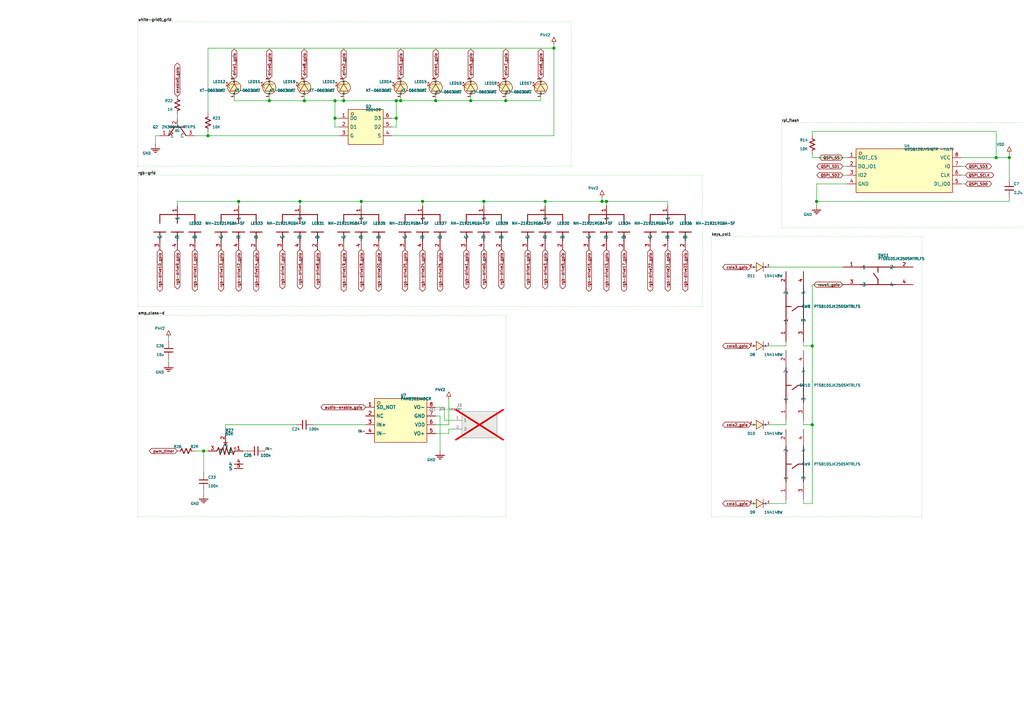
<source format=kicad_sch>
(kicad_sch (version 20230121) (generator eeschema)
  (paper "A4")
  (lib_symbols
    (symbol ""
      (property "Reference" "U" (at 2.54 1.27 0))
      (symbol "_1_0"
        (text "" (at 0 0 0) (effects (font (size 0 0))))
        (text "" (at 0 0 0) (effects (font (size 0 0))))
        (pin unspecified line (at 0 2.54 270) (length 0) (name "A") (number "~"))
        (pin unspecified line (at 0 -2.54 90) (length 0) (name "K") (number "~"))
      )
    )
    (symbol "ALTIUM_POWER_ARROW"
      (property "Value" "ALTIUM_POWER_ARROW" (at 6.35 -1.27 0))
      (symbol "ALTIUM_POWER_ARROW_1_0"
        (pin unspecified line (at 0 0 0) (length 0) (name "0") (number "~"))
      )
    )
    (symbol "ALTIUM_POWER_GND_POWER"
      (property "Value" "ALTIUM_POWER_GND_POWER" (at 6.35 -2.54 0))
      (symbol "ALTIUM_POWER_GND_POWER_1_0"
        (pin unspecified line (at 0 0 0) (length 0) (name "0") (number "~"))
      )
    )
    (symbol "AO6409"
      (property "Reference" "U" (at 0 5.54 0))
      (property "Value" "AO6409" (at 0 4.54 0))
      (symbol "AO6409_1_0"
        (pin unspecified line (at -7.62 2.54 0) (length 2.54) (name "D0") (number "~"))
        (pin unspecified line (at -7.62 0 0) (length 2.54) (name "D1") (number "~"))
        (pin unspecified line (at 7.62 0 180) (length 2.54) (name "D2") (number "~"))
        (pin unspecified line (at 7.62 2.54 180) (length 2.54) (name "D3") (number "~"))
        (pin unspecified line (at -7.62 -2.54 0) (length 2.54) (name "G") (number "~"))
        (pin unspecified line (at 7.62 -2.54 180) (length 2.54) (name "S") (number "~"))
      )
    )
    (symbol "AP2125K_2_8TRG1"
      (property "Reference" "U" (at 0 5.54 0))
      (property "Value" "AP2125K_2_8TRG1" (at 0 4.54 0))
      (symbol "AP2125K_2_8TRG1_1_0"
        (pin unspecified line (at -10.16 -2.54 0) (length 2.54) (name "CE") (number "~"))
        (pin unspecified line (at -10.16 0 0) (length 2.54) (name "GND") (number "~"))
        (pin unspecified line (at 10.16 -2.54 180) (length 2.54) (name "NC") (number "~"))
        (pin unspecified line (at -10.16 2.54 0) (length 2.54) (name "VIN") (number "~"))
        (pin unspecified line (at 10.16 2.54 180) (length 2.54) (name "VOUT") (number "~"))
      )
    )
    (symbol "BQ24078RGTR"
      (property "Reference" "U" (at 0 13.16 0))
      (property "Value" "BQ24078RGTR" (at 0 12.16 0))
      (symbol "BQ24078RGTR_1_0"
        (pin unspecified line (at -13.97 5.08 0) (length 2.54) (name "BAT0") (number "~"))
        (pin unspecified line (at -13.97 2.54 0) (length 2.54) (name "BAT1") (number "~"))
        (pin unspecified line (at -13.97 0 0) (length 2.54) (name "CE_NOT") (number "~"))
        (pin unspecified line (at 13.97 -10.16 180) (length 2.54) (name "CHG_NOT") (number "~"))
        (pin unspecified line (at -13.97 -5.08 0) (length 2.54) (name "EN1") (number "~"))
        (pin unspecified line (at -13.97 -2.54 0) (length 2.54) (name "EN2") (number "~"))
        (pin unspecified line (at 13.97 10.16 180) (length 2.54) (name "EP") (number "~"))
        (pin unspecified line (at 13.97 -2.54 180) (length 2.54) (name "ILIM") (number "~"))
        (pin unspecified line (at 13.97 0 180) (length 2.54) (name "IN") (number "~"))
        (pin unspecified line (at 13.97 7.62 180) (length 2.54) (name "ISET") (number "~"))
        (pin unspecified line (at 13.97 -7.62 180) (length 2.54) (name "OUT0") (number "~"))
        (pin unspecified line (at 13.97 -5.08 180) (length 2.54) (name "OUT1") (number "~"))
        (pin unspecified line (at -13.97 -7.62 0) (length 2.54) (name "PGOOD_NOT") (number "~"))
        (pin unspecified line (at 13.97 5.08 180) (length 2.54) (name "SYSOFF") (number "~"))
        (pin unspecified line (at 13.97 2.54 180) (length 2.54) (name "TMR") (number "~"))
        (pin unspecified line (at -13.97 7.62 0) (length 2.54) (name "TS") (number "~"))
        (pin unspecified line (at -13.97 -10.16 0) (length 2.54) (name "VSS") (number "~"))
      )
    )
    (symbol "BSN20"
      (property "Reference" "U" (at 0 5.54 0))
      (property "Value" "BSN20" (at 0 4.54 0))
      (symbol "BSN20_1_0"
        (pin unspecified line (at 2.54 5.08 270) (length 2.54) (name "D") (number "~"))
        (pin unspecified line (at -5.08 0 0) (length 2.54) (name "G") (number "~"))
        (pin unspecified line (at 2.54 -5.08 90) (length 2.54) (name "S") (number "~"))
      )
    )
    (symbol "BSS138_C713688"
      (property "Reference" "U" (at 0 5.54 0))
      (property "Value" "BSS138_C713688" (at 0 4.54 0))
      (symbol "BSS138_C713688_1_0"
        (pin unspecified line (at 0 5.08 270) (length 2.54) (name "D") (number "~"))
        (pin unspecified line (at -7.62 0 0) (length 2.54) (name "G") (number "~"))
        (pin unspecified line (at 0 -5.08 90) (length 2.54) (name "S") (number "~"))
      )
    )
    (symbol "C111117"
      (property "Reference" "X" (at 0 3 0))
      (property "Value" "C111117" (at 0 2 0))
      (symbol "C111117_1_0"
        (pin unspecified line (at -5.08 0 0) (length 2.54) (name "1") (number "1"))
        (pin unspecified line (at 5.08 0 180) (length 2.54) (name "2") (number "2"))
      )
    )
    (symbol "C112137"
      (property "Reference" "U" (at 0 6.81 0))
      (property "Value" "C112137" (at 0 5.81 0))
      (symbol "C112137_1_0"
        (pin unspecified line (at -10.16 3.81 0) (length 2.54) (name "SD_NOT") (number "1"))
        (pin unspecified line (at -10.16 1.27 0) (length 2.54) (name "NC") (number "2"))
        (pin unspecified line (at -10.16 -1.27 0) (length 2.54) (name "IN+") (number "3"))
        (pin unspecified line (at -10.16 -3.81 0) (length 2.54) (name "IN-") (number "4"))
        (pin unspecified line (at 10.16 -3.81 180) (length 2.54) (name "VO+") (number "5"))
        (pin unspecified line (at 10.16 -1.27 180) (length 2.54) (name "VDD") (number "6"))
        (pin unspecified line (at 10.16 1.27 180) (length 2.54) (name "GND") (number "7"))
        (pin unspecified line (at 10.16 3.81 180) (length 2.54) (name "VO-") (number "8"))
      )
    )
    (symbol "C115833"
      (property "Reference" "Q" (at 0 5.54 0))
      (property "Value" "C115833" (at 0 4.54 0))
      (symbol "C115833_1_0"
        (pin unspecified line (at -7.62 2.54 0) (length 2.54) (name "D0") (number "1"))
        (pin unspecified line (at -7.62 0 0) (length 2.54) (name "D1") (number "2"))
        (pin unspecified line (at -7.62 -2.54 0) (length 2.54) (name "G") (number "3"))
        (pin unspecified line (at 7.62 -2.54 180) (length 2.54) (name "S") (number "4"))
        (pin unspecified line (at 7.62 0 180) (length 2.54) (name "D2") (number "5"))
        (pin unspecified line (at 7.62 2.54 180) (length 2.54) (name "D3") (number "6"))
      )
    )
    (symbol "C116157"
      (property "Reference" "Q" (at 0 5.54 0))
      (property "Value" "C116157" (at 0 4.54 0))
      (symbol "C116157_1_0"
        (pin unspecified line (at -5.08 0 0) (length 2.54) (name "G") (number "1"))
        (pin unspecified line (at 2.54 -5.08 90) (length 2.54) (name "S") (number "2"))
        (pin unspecified line (at 2.54 5.08 270) (length 2.54) (name "D") (number "3"))
      )
    )
    (symbol "C176952"
      (property "Reference" "U" (at 0 5.54 0))
      (property "Value" "C176952" (at 0 4.54 0))
      (symbol "C176952_1_0"
        (pin unspecified line (at -10.16 2.54 0) (length 2.54) (name "VIN") (number "1"))
        (pin unspecified line (at -10.16 0 0) (length 2.54) (name "GND") (number "2"))
        (pin unspecified line (at -10.16 -2.54 0) (length 2.54) (name "CE") (number "3"))
        (pin unspecified line (at 10.16 -2.54 180) (length 2.54) (name "NC") (number "4"))
        (pin unspecified line (at 10.16 2.54 180) (length 2.54) (name "VOUT") (number "5"))
      )
    )
    (symbol "C18536"
      (property "Reference" "Q" (at 0 5.54 0))
      (property "Value" "C18536" (at 0 4.54 0))
      (symbol "C18536_1_0"
        (pin unspecified line (at 2.54 -5.08 90) (length 2.54) (name "E") (number "1"))
        (pin unspecified line (at -2.54 0 0) (length 2.54) (name "B") (number "2"))
        (pin unspecified line (at 2.54 5.08 270) (length 2.54) (name "C") (number "3"))
      )
    )
    (symbol "C221896"
      (property "Reference" "SW" (at 0 5.54 0))
      (property "Value" "C221896" (at 0 4.54 0))
      (symbol "C221896_1_0"
        (pin unspecified line (at -10.16 2.54 0) (length 5.08) (name "1") (number "1"))
        (pin unspecified line (at 10.16 2.54 180) (length 5.08) (name "2") (number "2"))
        (pin unspecified line (at -10.16 -2.54 0) (length 5.08) (name "3") (number "3"))
        (pin unspecified line (at 10.16 -2.54 180) (length 5.08) (name "4") (number "4"))
      )
    )
    (symbol "C221896_1"
      (property "Reference" "SW" (at 0 5.54 0))
      (property "Value" "C221896_1" (at 0 4.54 0))
      (symbol "C221896_1_1_0"
        (pin unspecified line (at -10.16 2.54 0) (length 5.08) (name "1") (number "1"))
        (pin unspecified line (at 10.16 2.54 180) (length 5.08) (name "2") (number "2"))
        (pin unspecified line (at -10.16 -2.54 0) (length 5.08) (name "3") (number "3"))
        (pin unspecified line (at 10.16 -2.54 180) (length 5.08) (name "4") (number "4"))
      )
    )
    (symbol "C221896_2"
      (property "Reference" "SW" (at 0 5.54 0))
      (property "Value" "C221896_2" (at 0 4.54 0))
      (symbol "C221896_2_1_0"
        (pin unspecified line (at -10.16 2.54 0) (length 5.08) (name "1") (number "1"))
        (pin unspecified line (at 10.16 2.54 180) (length 5.08) (name "2") (number "2"))
        (pin unspecified line (at -10.16 -2.54 0) (length 5.08) (name "3") (number "3"))
        (pin unspecified line (at 10.16 -2.54 180) (length 5.08) (name "4") (number "4"))
      )
    )
    (symbol "C221896_3"
      (property "Reference" "SW" (at 0 5.54 0))
      (property "Value" "C221896_3" (at 0 4.54 0))
      (symbol "C221896_3_1_0"
        (pin unspecified line (at -10.16 2.54 0) (length 5.08) (name "1") (number "1"))
        (pin unspecified line (at 10.16 2.54 180) (length 5.08) (name "2") (number "2"))
        (pin unspecified line (at -10.16 -2.54 0) (length 5.08) (name "3") (number "3"))
        (pin unspecified line (at 10.16 -2.54 180) (length 5.08) (name "4") (number "4"))
      )
    )
    (symbol "C221896_4"
      (property "Reference" "SW" (at 0 5.54 0))
      (property "Value" "C221896_4" (at 0 4.54 0))
      (symbol "C221896_4_1_0"
        (pin unspecified line (at -10.16 2.54 0) (length 5.08) (name "1") (number "1"))
        (pin unspecified line (at 10.16 2.54 180) (length 5.08) (name "2") (number "2"))
        (pin unspecified line (at -10.16 -2.54 0) (length 5.08) (name "3") (number "3"))
        (pin unspecified line (at 10.16 -2.54 180) (length 5.08) (name "4") (number "4"))
      )
    )
    (symbol "C221896_5"
      (property "Reference" "SW" (at 0 5.54 0))
      (property "Value" "C221896_5" (at 0 4.54 0))
      (symbol "C221896_5_1_0"
        (pin unspecified line (at -10.16 2.54 0) (length 5.08) (name "1") (number "1"))
        (pin unspecified line (at 10.16 2.54 180) (length 5.08) (name "2") (number "2"))
        (pin unspecified line (at -10.16 -2.54 0) (length 5.08) (name "3") (number "3"))
        (pin unspecified line (at 10.16 -2.54 180) (length 5.08) (name "4") (number "4"))
      )
    )
    (symbol "C221896_6"
      (property "Reference" "SW" (at 0 5.54 0))
      (property "Value" "C221896_6" (at 0 4.54 0))
      (symbol "C221896_6_1_0"
        (pin unspecified line (at -10.16 2.54 0) (length 5.08) (name "1") (number "1"))
        (pin unspecified line (at 10.16 2.54 180) (length 5.08) (name "2") (number "2"))
        (pin unspecified line (at -10.16 -2.54 0) (length 5.08) (name "3") (number "3"))
        (pin unspecified line (at 10.16 -2.54 180) (length 5.08) (name "4") (number "4"))
      )
    )
    (symbol "C221896_7"
      (property "Reference" "SW" (at 0 5.54 0))
      (property "Value" "C221896_7" (at 0 4.54 0))
      (symbol "C221896_7_1_0"
        (pin unspecified line (at -10.16 2.54 0) (length 5.08) (name "1") (number "1"))
        (pin unspecified line (at 10.16 2.54 180) (length 5.08) (name "2") (number "2"))
        (pin unspecified line (at -10.16 -2.54 0) (length 5.08) (name "3") (number "3"))
        (pin unspecified line (at 10.16 -2.54 180) (length 5.08) (name "4") (number "4"))
      )
    )
    (symbol "C221896_8"
      (property "Reference" "SW" (at 0 5.54 0))
      (property "Value" "C221896_8" (at 0 4.54 0))
      (symbol "C221896_8_1_0"
        (pin unspecified line (at -10.16 2.54 0) (length 5.08) (name "1") (number "1"))
        (pin unspecified line (at 10.16 2.54 180) (length 5.08) (name "2") (number "2"))
        (pin unspecified line (at -10.16 -2.54 0) (length 5.08) (name "3") (number "3"))
        (pin unspecified line (at 10.16 -2.54 180) (length 5.08) (name "4") (number "4"))
      )
    )
    (symbol "C221896_9"
      (property "Reference" "SW" (at 0 5.54 0))
      (property "Value" "C221896_9" (at 0 4.54 0))
      (symbol "C221896_9_1_0"
        (pin unspecified line (at -10.16 2.54 0) (length 5.08) (name "1") (number "1"))
        (pin unspecified line (at 10.16 2.54 180) (length 5.08) (name "2") (number "2"))
        (pin unspecified line (at -10.16 -2.54 0) (length 5.08) (name "3") (number "3"))
        (pin unspecified line (at 10.16 -2.54 180) (length 5.08) (name "4") (number "4"))
      )
    )
    (symbol "C2290"
      (property "Reference" "LED" (at 2.54 1.27 0))
      (property "Value" "C2290" (at 2.54 -1.27 0))
      (symbol "C2290_1_0"
        (text "" (at 0 0 0) (effects (font (size 0 0))))
        (text "" (at 0 0 0) (effects (font (size 0 0))))
        (pin unspecified line (at 0 2.54 270) (length 0) (name "A") (number "1"))
        (pin unspecified line (at 0 -2.54 90) (length 0) (name "K") (number "2"))
      )
    )
    (symbol "C2874119"
      (property "Reference" "LED" (at 0 8.08 0))
      (property "Value" "C2874119" (at 0 7.08 0))
      (symbol "C2874119_1_0"
        (pin unspecified line (at 5.08 0 180) (length 2.54) (name "1") (number "1"))
        (pin unspecified line (at -7.62 -5.08 0) (length 2.54) (name "B") (number "2"))
        (pin unspecified line (at -7.62 5.08 0) (length 2.54) (name "G") (number "3"))
        (pin unspecified line (at -7.62 0 0) (length 2.54) (name "R") (number "4"))
      )
    )
    (symbol "C2921483"
      (property "Reference" "U" (at 0 6.81 0))
      (property "Value" "C2921483" (at 0 5.81 0))
      (symbol "C2921483_1_0"
        (pin unspecified line (at -16.51 3.81 0) (length 2.54) (name "NOT_CS") (number "1"))
        (pin unspecified line (at -16.51 1.27 0) (length 2.54) (name "DO_IO1") (number "2"))
        (pin unspecified line (at -16.51 -1.27 0) (length 2.54) (name "IO2") (number "3"))
        (pin unspecified line (at -16.51 -3.81 0) (length 2.54) (name "GND") (number "4"))
        (pin unspecified line (at 16.51 -3.81 180) (length 2.54) (name "DI_IO0") (number "5"))
        (pin unspecified line (at 16.51 -1.27 180) (length 2.54) (name "CLK") (number "6"))
        (pin unspecified line (at 16.51 1.27 180) (length 2.54) (name "IO") (number "7"))
        (pin unspecified line (at 16.51 3.81 180) (length 2.54) (name "VCC") (number "8"))
      )
    )
    (symbol "C294620"
      (property "Reference" "D" (at 0 8.08 0))
      (property "Value" "C294620" (at 0 7.08 0))
      (symbol "C294620_1_0"
        (pin unspecified line (at -10.16 5.08 0) (length 2.54) (name "CH1") (number "1"))
        (pin unspecified line (at 10.16 5.08 180) (length 2.54) (name "nc3") (number "10"))
        (pin unspecified line (at -10.16 2.54 0) (length 2.54) (name "CH2") (number "2"))
        (pin unspecified line (at -10.16 0 0) (length 2.54) (name "GND0") (number "3"))
        (pin unspecified line (at -10.16 -2.54 0) (length 2.54) (name "CH3") (number "4"))
        (pin unspecified line (at -10.16 -5.08 0) (length 2.54) (name "CH4") (number "5"))
        (pin unspecified line (at 10.16 -5.08 180) (length 2.54) (name "nc0") (number "6"))
        (pin unspecified line (at 10.16 -2.54 180) (length 2.54) (name "nc1") (number "7"))
        (pin unspecified line (at 10.16 0 180) (length 2.54) (name "GND1") (number "8"))
        (pin unspecified line (at 10.16 2.54 180) (length 2.54) (name "nc2") (number "9"))
      )
    )
    (symbol "C470291"
      (property "Reference" "R" (at 0 5.54 0))
      (property "Value" "C470291" (at 0 4.54 0))
      (symbol "C470291_1_0"
        (pin unspecified line (at 5.08 0 180) (length 2.54) (name "1") (number "1"))
        (pin unspecified line (at 0 5.08 270) (length 2.54) (name "2") (number "2"))
        (pin unspecified line (at -5.08 0 0) (length 2.54) (name "3") (number "3"))
        (pin unspecified line (at 5.08 -3.81 180) (length 2.54) (name "4") (number "4"))
        (pin unspecified line (at 5.08 -5.08 180) (length 2.54) (name "5") (number "5"))
      )
    )
    (symbol "C470291_1"
      (property "Reference" "R" (at 0 5.54 0))
      (property "Value" "C470291_1" (at 0 4.54 0))
      (symbol "C470291_1_1_0"
        (pin unspecified line (at 5.08 0 180) (length 2.54) (name "1") (number "1"))
        (pin unspecified line (at 0 5.08 270) (length 2.54) (name "2") (number "2"))
        (pin unspecified line (at -5.08 0 0) (length 2.54) (name "3") (number "3"))
        (pin unspecified line (at 5.08 -3.81 180) (length 2.54) (name "4") (number "4"))
        (pin unspecified line (at 5.08 -5.08 180) (length 2.54) (name "5") (number "5"))
      )
    )
    (symbol "C473396"
      (property "Reference" "U" (at 0 13.16 0))
      (property "Value" "C473396" (at 0 12.16 0))
      (symbol "C473396_1_0"
        (pin unspecified line (at -13.97 7.62 0) (length 2.54) (name "TS") (number "1"))
        (pin unspecified line (at 13.97 -7.62 180) (length 2.54) (name "OUT0") (number "10"))
        (pin unspecified line (at 13.97 -5.08 180) (length 2.54) (name "OUT1") (number "11"))
        (pin unspecified line (at 13.97 -2.54 180) (length 2.54) (name "ILIM") (number "12"))
        (pin unspecified line (at 13.97 0 180) (length 2.54) (name "IN") (number "13"))
        (pin unspecified line (at 13.97 2.54 180) (length 2.54) (name "TMR") (number "14"))
        (pin unspecified line (at 13.97 5.08 180) (length 2.54) (name "SYSOFF") (number "15"))
        (pin unspecified line (at 13.97 7.62 180) (length 2.54) (name "ISET") (number "16"))
        (pin unspecified line (at 13.97 10.16 180) (length 2.54) (name "EP") (number "17"))
        (pin unspecified line (at -13.97 5.08 0) (length 2.54) (name "BAT0") (number "2"))
        (pin unspecified line (at -13.97 2.54 0) (length 2.54) (name "BAT1") (number "3"))
        (pin unspecified line (at -13.97 0 0) (length 2.54) (name "CE_NOT") (number "4"))
        (pin unspecified line (at -13.97 -2.54 0) (length 2.54) (name "EN2") (number "5"))
        (pin unspecified line (at -13.97 -5.08 0) (length 2.54) (name "EN1") (number "6"))
        (pin unspecified line (at -13.97 -7.62 0) (length 2.54) (name "PGOOD_NOT") (number "7"))
        (pin unspecified line (at -13.97 -10.16 0) (length 2.54) (name "VSS") (number "8"))
        (pin unspecified line (at 13.97 -10.16 180) (length 2.54) (name "CHG_NOT") (number "9"))
      )
    )
    (symbol "C47647"
      (property "Reference" "CN" (at 0 6.81 0))
      (property "Value" "C47647" (at 0 5.81 0))
      (symbol "C47647_1_0"
        (pin unspecified line (at -3.81 1.27 0) (length 2.54) (name "1") (number "1"))
        (pin unspecified line (at -3.81 -1.27 0) (length 2.54) (name "2") (number "2"))
        (pin unspecified line (at 2.54 -6.35 90) (length 2.54) (name "3") (number "3"))
        (pin unspecified line (at 2.54 6.35 270) (length 2.54) (name "4") (number "4"))
      )
    )
    (symbol "C530613"
      (property "Reference" "USB" (at 0 16.97 0))
      (property "Value" "C530613" (at 0 15.97 0))
      (symbol "C530613_1_0"
        (pin unspecified line (at -11.43 13.97 0) (length 2.54) (name "GND0") (number "1"))
        (pin unspecified line (at -11.43 -8.89 0) (length 2.54) (name "VBUS1") (number "10"))
        (pin unspecified line (at -11.43 -11.43 0) (length 2.54) (name "SBU1") (number "11"))
        (pin unspecified line (at -11.43 -13.97 0) (length 2.54) (name "GND1") (number "12"))
        (pin unspecified line (at 10.16 -3.81 180) (length 2.54) (name "SHELL0") (number "13"))
        (pin unspecified line (at 10.16 -1.27 180) (length 2.54) (name "SHELL1") (number "14"))
        (pin unspecified line (at 10.16 1.27 180) (length 2.54) (name "SHELL2") (number "15"))
        (pin unspecified line (at 10.16 3.81 180) (length 2.54) (name "SHELL3") (number "16"))
        (pin unspecified line (at -11.43 11.43 0) (length 2.54) (name "CC1") (number "2"))
        (pin unspecified line (at -11.43 8.89 0) (length 2.54) (name "VBUS0") (number "3"))
        (pin unspecified line (at -11.43 6.35 0) (length 2.54) (name "D+0") (number "4"))
        (pin unspecified line (at -11.43 3.81 0) (length 2.54) (name "SBU2") (number "5"))
        (pin unspecified line (at -11.43 1.27 0) (length 2.54) (name "D-0") (number "6"))
        (pin unspecified line (at -11.43 -1.27 0) (length 2.54) (name "D+1") (number "7"))
        (pin unspecified line (at -11.43 -3.81 0) (length 2.54) (name "CC2") (number "8"))
        (pin unspecified line (at -11.43 -6.35 0) (length 2.54) (name "D-1") (number "9"))
      )
    )
    (symbol "C713688"
      (property "Reference" "Q" (at 0 5.54 0))
      (property "Value" "C713688" (at 0 4.54 0))
      (symbol "C713688_1_0"
        (pin unspecified line (at -7.62 0 0) (length 2.54) (name "G") (number "1"))
        (pin unspecified line (at 0 -5.08 90) (length 2.54) (name "S") (number "2"))
        (pin unspecified line (at 0 5.08 270) (length 2.54) (name "D") (number "3"))
      )
    )
    (symbol "C778186"
      (property "Reference" "SW" (at 0 3 0))
      (property "Value" "C778186" (at 0 2 0))
      (symbol "C778186_1_0"
        (text "A" (at -3.048 2.54 0) (effects (font (size 1 1)) (justify left)))
        (text "B" (at 2.032 3.556 0) (effects (font (size 1 1)) (justify left)))
        (pin unspecified line (at -5.08 -5.08 90) (length 4.318) (name "1") (number "1"))
        (pin unspecified line (at 0 -5.08 90) (length 4.318) (name "2") (number "2"))
        (pin unspecified line (at 5.08 -5.08 90) (length 4.318) (name "3") (number "3"))
        (pin unspecified line (at 7.62 -5.08 90) (length 5.08) (name "4") (number "4"))
        (pin unspecified line (at 10.16 -5.08 90) (length 5.08) (name "5") (number "5"))
        (pin unspecified line (at -7.62 -5.08 90) (length 5.08) (name "6") (number "6"))
        (pin unspecified line (at -10.16 -5.08 90) (length 5.08) (name "7") (number "7"))
      )
    )
    (symbol "C81598"
      (property "Reference" "D" (at 2.54 1.27 0))
      (property "Value" "C81598" (at 2.54 -1.27 0))
      (symbol "C81598_1_0"
        (text "" (at 0 0 0) (effects (font (size 0 0))))
        (text "" (at 0 0 0) (effects (font (size 0 0))))
        (pin unspecified line (at 0 -2.54 90) (length 0) (name "K") (number "1"))
        (pin unspecified line (at 0 2.54 270) (length 0) (name "A") (number "2"))
      )
    )
    (symbol "C81598_1"
      (property "Reference" "D" (at 2.54 1.27 0))
      (property "Value" "C81598_1" (at 2.54 -1.27 0))
      (symbol "C81598_1_1_0"
        (text "" (at 0 0 0) (effects (font (size 0 0))))
        (text "" (at 0 0 0) (effects (font (size 0 0))))
        (pin unspecified line (at 0 -2.54 90) (length 0) (name "K") (number "1"))
        (pin unspecified line (at 0 2.54 270) (length 0) (name "A") (number "2"))
      )
    )
    (symbol "C81598_2"
      (property "Reference" "D" (at 2.54 1.27 0))
      (property "Value" "C81598_2" (at 2.54 -1.27 0))
      (symbol "C81598_2_1_0"
        (text "" (at 0 0 0) (effects (font (size 0 0))))
        (text "" (at 0 0 0) (effects (font (size 0 0))))
        (pin unspecified line (at 0 -2.54 90) (length 0) (name "K") (number "1"))
        (pin unspecified line (at 0 2.54 270) (length 0) (name "A") (number "2"))
      )
    )
    (symbol "C81598_3"
      (property "Reference" "D" (at 2.54 1.27 0))
      (property "Value" "C81598_3" (at 2.54 -1.27 0))
      (symbol "C81598_3_1_0"
        (text "" (at 0 0 0) (effects (font (size 0 0))))
        (text "" (at 0 0 0) (effects (font (size 0 0))))
        (pin unspecified line (at 0 -2.54 90) (length 0) (name "K") (number "1"))
        (pin unspecified line (at 0 2.54 270) (length 0) (name "A") (number "2"))
      )
    )
    (symbol "C81598_4"
      (property "Reference" "D" (at 2.54 1.27 0))
      (property "Value" "C81598_4" (at 2.54 -1.27 0))
      (symbol "C81598_4_1_0"
        (text "" (at 0 0 0) (effects (font (size 0 0))))
        (text "" (at 0 0 0) (effects (font (size 0 0))))
        (pin unspecified line (at 0 -2.54 90) (length 0) (name "K") (number "1"))
        (pin unspecified line (at 0 2.54 270) (length 0) (name "A") (number "2"))
      )
    )
    (symbol "C81598_5"
      (property "Reference" "D" (at 2.54 1.27 0))
      (property "Value" "C81598_5" (at 2.54 -1.27 0))
      (symbol "C81598_5_1_0"
        (text "" (at 0 0 0) (effects (font (size 0 0))))
        (text "" (at 0 0 0) (effects (font (size 0 0))))
        (pin unspecified line (at 0 -2.54 90) (length 0) (name "K") (number "1"))
        (pin unspecified line (at 0 2.54 270) (length 0) (name "A") (number "2"))
      )
    )
    (symbol "C81598_6"
      (property "Reference" "D" (at 2.54 1.27 0))
      (property "Value" "C81598_6" (at 2.54 -1.27 0))
      (symbol "C81598_6_1_0"
        (text "" (at 0 0 0) (effects (font (size 0 0))))
        (text "" (at 0 0 0) (effects (font (size 0 0))))
        (pin unspecified line (at 0 -2.54 90) (length 0) (name "K") (number "1"))
        (pin unspecified line (at 0 2.54 270) (length 0) (name "A") (number "2"))
      )
    )
    (symbol "C81598_7"
      (property "Reference" "D" (at 2.54 1.27 0))
      (property "Value" "C81598_7" (at 2.54 -1.27 0))
      (symbol "C81598_7_1_0"
        (text "" (at 0 0 0) (effects (font (size 0 0))))
        (text "" (at 0 0 0) (effects (font (size 0 0))))
        (pin unspecified line (at 0 -2.54 90) (length 0) (name "K") (number "1"))
        (pin unspecified line (at 0 2.54 270) (length 0) (name "A") (number "2"))
      )
    )
    (symbol "C91199"
      (property "Reference" "U" (at 0 9.35 0))
      (property "Value" "C91199" (at 0 8.35 0))
      (symbol "C91199_1_0"
        (pin unspecified line (at -12.7 6.35 0) (length 2.54) (name "VDD") (number "1"))
        (pin unspecified line (at 12.7 1.27 180) (length 2.54) (name "SCL") (number "10"))
        (pin unspecified line (at 12.7 3.81 180) (length 2.54) (name "AVDD") (number "11"))
        (pin unspecified line (at 12.7 6.35 180) (length 2.54) (name "GND4") (number "12"))
        (pin unspecified line (at -12.7 3.81 0) (length 2.54) (name "VSS") (number "2"))
        (pin unspecified line (at -12.7 1.27 0) (length 2.54) (name "GND") (number "3"))
        (pin unspecified line (at -12.7 -1.27 0) (length 2.54) (name "GND2") (number "4"))
        (pin unspecified line (at -12.7 -3.81 0) (length 2.54) (name "SHT") (number "5"))
        (pin unspecified line (at -12.7 -6.35 0) (length 2.54) (name "GND3") (number "6"))
        (pin unspecified line (at 12.7 -6.35 180) (length 2.54) (name "GP1") (number "7"))
        (pin unspecified line (at 12.7 -3.81 180) (length 2.54) (name "DNC") (number "8"))
        (pin unspecified line (at 12.7 -1.27 180) (length 2.54) (name "SDA") (number "9"))
      )
    )
    (symbol "C965561"
      (property "Reference" "LED" (at 0 5.54 0))
      (property "Value" "C965561" (at 0 4.54 0))
      (symbol "C965561_1_0"
        (pin unspecified line (at -8.89 2.54 0) (length 2.54) (name "BI") (number "1"))
        (pin unspecified line (at -8.89 0 0) (length 2.54) (name "DI") (number "2"))
        (pin unspecified line (at -8.89 -2.54 0) (length 2.54) (name "VDD") (number "3"))
        (pin unspecified line (at 8.89 -2.54 180) (length 2.54) (name "DO") (number "4"))
        (pin unspecified line (at 8.89 0 180) (length 2.54) (name "BO") (number "5"))
        (pin unspecified line (at 8.89 2.54 180) (length 2.54) (name "GND") (number "6"))
      )
    )
    (symbol "GND" (power)
      (property "Reference" "#PWR" (at 35 60 0))
      (property "Value" "GND" (at -2.54 -2.54 0))
      (symbol "GND_1_0"
        (pin power_in line (at 0 0 270) (length 0) (name "GND") (number "~"))
      )
    )
    (symbol "Generic_green_LED_0603"
      (property "Reference" "D" (at 2.54 1.27 0))
      (property "Value" "Generic_green_LED_0603" (at 2.54 -1.27 0))
      (symbol "Generic_green_LED_0603_1_0"
        (pin unspecified line (at 0 2.54 270) (length 0) (name "a") (number "a"))
        (pin unspecified line (at 0 -2.54 90) (length 0) (name "c") (number "c"))
      )
    )
    (symbol "Generic_red_LED_0603"
      (property "Reference" "D" (at 2.54 1.27 0))
      (property "Value" "Generic_red_LED_0603" (at 2.54 -1.27 0))
      (symbol "Generic_red_LED_0603_1_0"
        (pin unspecified line (at 0 2.54 270) (length 0) (name "a") (number "a"))
        (pin unspecified line (at 0 -2.54 90) (length 0) (name "c") (number "c"))
      )
    )
    (symbol "HC_49SM12MHz20pF30ppm"
      (property "Reference" "U" (at 0 3 0))
      (property "Value" "HC_49SM12MHz20pF30ppm" (at 0 2 0))
      (symbol "HC_49SM12MHz20pF30ppm_1_0"
        (pin unspecified line (at -5.08 0 0) (length 2.54) (name "1") (number "~"))
        (pin unspecified line (at 5.08 0 180) (length 2.54) (name "2") (number "~"))
      )
    )
    (symbol "MK_12C02_G025"
      (property "Reference" "U" (at 0 3 0))
      (property "Value" "MK_12C02_G025" (at 0 2 0))
      (symbol "MK_12C02_G025_1_0"
        (text "A" (at -3.048 2.54 0) (effects (font (size 1 1)) (justify left)))
        (text "B" (at 2.032 3.556 0) (effects (font (size 1 1)) (justify left)))
        (pin unspecified line (at -5.08 -5.08 90) (length 4.318) (name "1") (number "~"))
        (pin unspecified line (at 0 -5.08 90) (length 4.318) (name "2") (number "~"))
        (pin unspecified line (at 5.08 -5.08 90) (length 4.318) (name "3") (number "~"))
        (pin unspecified line (at 7.62 -5.08 90) (length 5.08) (name "4") (number "~"))
        (pin unspecified line (at 10.16 -5.08 90) (length 5.08) (name "5") (number "~"))
        (pin unspecified line (at -7.62 -5.08 90) (length 5.08) (name "6") (number "~"))
        (pin unspecified line (at -10.16 -5.08 90) (length 5.08) (name "7") (number "~"))
      )
    )
    (symbol "NH_Z1921RGBA_SF"
      (property "Reference" "U" (at 0 8.08 0))
      (property "Value" "NH_Z1921RGBA_SF" (at 0 7.08 0))
      (symbol "NH_Z1921RGBA_SF_1_0"
        (pin unspecified line (at 5.08 0 180) (length 2.54) (name "1") (number "~"))
        (pin unspecified line (at -7.62 -5.08 0) (length 2.54) (name "B") (number "~"))
        (pin unspecified line (at -7.62 5.08 0) (length 2.54) (name "G") (number "~"))
        (pin unspecified line (at -7.62 0 0) (length 2.54) (name "R") (number "~"))
      )
    )
    (symbol "P4V2" (power)
      (property "Reference" "#PWR" (at 35 60 0))
      (property "Value" "P4V2" (at -2.54 2.54 0))
      (symbol "P4V2_1_0"
        (pin power_in line (at 0 0 90) (length 0) (name "P4V2") (number "~"))
      )
    )
    (symbol "PAM8302AADCR"
      (property "Reference" "U" (at 0 6.81 0))
      (property "Value" "PAM8302AADCR" (at 0 5.81 0))
      (symbol "PAM8302AADCR_1_0"
        (pin unspecified line (at 10.16 1.27 180) (length 2.54) (name "GND") (number "~"))
        (pin unspecified line (at -10.16 -1.27 0) (length 2.54) (name "IN+") (number "~"))
        (pin unspecified line (at -10.16 -3.81 0) (length 2.54) (name "IN-") (number "~"))
        (pin unspecified line (at -10.16 1.27 0) (length 2.54) (name "NC") (number "~"))
        (pin unspecified line (at -10.16 3.81 0) (length 2.54) (name "SD_NOT") (number "~"))
        (pin unspecified line (at 10.16 -1.27 180) (length 2.54) (name "VDD") (number "~"))
        (pin unspecified line (at 10.16 -3.81 180) (length 2.54) (name "VO+") (number "~"))
        (pin unspecified line (at 10.16 3.81 180) (length 2.54) (name "VO-") (number "~"))
      )
    )
    (symbol "PH2_0_2PWB"
      (property "Reference" "U" (at 0 6.81 0))
      (property "Value" "PH2_0_2PWB" (at 0 5.81 0))
      (symbol "PH2_0_2PWB_1_0"
        (pin unspecified line (at -3.81 1.27 0) (length 2.54) (name "1") (number "~"))
        (pin unspecified line (at -3.81 -1.27 0) (length 2.54) (name "2") (number "~"))
        (pin unspecified line (at 2.54 -6.35 90) (length 2.54) (name "3") (number "~"))
        (pin unspecified line (at 2.54 6.35 270) (length 2.54) (name "4") (number "~"))
      )
    )
    (symbol "PTS810SJK250SMTRLFS"
      (property "Reference" "U" (at 0 5.54 0))
      (property "Value" "PTS810SJK250SMTRLFS" (at 0 4.54 0))
      (symbol "PTS810SJK250SMTRLFS_1_0"
        (pin unspecified line (at -10.16 2.54 0) (length 5.08) (name "1") (number "~"))
        (pin unspecified line (at 10.16 2.54 180) (length 5.08) (name "2") (number "~"))
        (pin unspecified line (at -10.16 -2.54 0) (length 5.08) (name "3") (number "~"))
        (pin unspecified line (at 10.16 -2.54 180) (length 5.08) (name "4") (number "~"))
      )
    )
    (symbol "PTS810SJK250SMTRLFS_1"
      (property "Reference" "U" (at 0 5.54 0))
      (property "Value" "PTS810SJK250SMTRLFS_1" (at 0 4.54 0))
      (symbol "PTS810SJK250SMTRLFS_1_1_0"
        (pin unspecified line (at -10.16 2.54 0) (length 5.08) (name "1") (number "~"))
        (pin unspecified line (at 10.16 2.54 180) (length 5.08) (name "2") (number "~"))
        (pin unspecified line (at -10.16 -2.54 0) (length 5.08) (name "3") (number "~"))
        (pin unspecified line (at 10.16 -2.54 180) (length 5.08) (name "4") (number "~"))
      )
    )
    (symbol "PTS810SJK250SMTRLFS_2"
      (property "Reference" "U" (at 0 5.54 0))
      (property "Value" "PTS810SJK250SMTRLFS_2" (at 0 4.54 0))
      (symbol "PTS810SJK250SMTRLFS_2_1_0"
        (pin unspecified line (at -10.16 2.54 0) (length 5.08) (name "1") (number "~"))
        (pin unspecified line (at 10.16 2.54 180) (length 5.08) (name "2") (number "~"))
        (pin unspecified line (at -10.16 -2.54 0) (length 5.08) (name "3") (number "~"))
        (pin unspecified line (at 10.16 -2.54 180) (length 5.08) (name "4") (number "~"))
      )
    )
    (symbol "PTS810SJK250SMTRLFS_3"
      (property "Reference" "U" (at 0 5.54 0))
      (property "Value" "PTS810SJK250SMTRLFS_3" (at 0 4.54 0))
      (symbol "PTS810SJK250SMTRLFS_3_1_0"
        (pin unspecified line (at -10.16 2.54 0) (length 5.08) (name "1") (number "~"))
        (pin unspecified line (at 10.16 2.54 180) (length 5.08) (name "2") (number "~"))
        (pin unspecified line (at -10.16 -2.54 0) (length 5.08) (name "3") (number "~"))
        (pin unspecified line (at 10.16 -2.54 180) (length 5.08) (name "4") (number "~"))
      )
    )
    (symbol "PTS810SJK250SMTRLFS_4"
      (property "Reference" "U" (at 0 5.54 0))
      (property "Value" "PTS810SJK250SMTRLFS_4" (at 0 4.54 0))
      (symbol "PTS810SJK250SMTRLFS_4_1_0"
        (pin unspecified line (at -10.16 2.54 0) (length 5.08) (name "1") (number "~"))
        (pin unspecified line (at 10.16 2.54 180) (length 5.08) (name "2") (number "~"))
        (pin unspecified line (at -10.16 -2.54 0) (length 5.08) (name "3") (number "~"))
        (pin unspecified line (at 10.16 -2.54 180) (length 5.08) (name "4") (number "~"))
      )
    )
    (symbol "PTS810SJK250SMTRLFS_5"
      (property "Reference" "U" (at 0 5.54 0))
      (property "Value" "PTS810SJK250SMTRLFS_5" (at 0 4.54 0))
      (symbol "PTS810SJK250SMTRLFS_5_1_0"
        (pin unspecified line (at -10.16 2.54 0) (length 5.08) (name "1") (number "~"))
        (pin unspecified line (at 10.16 2.54 180) (length 5.08) (name "2") (number "~"))
        (pin unspecified line (at -10.16 -2.54 0) (length 5.08) (name "3") (number "~"))
        (pin unspecified line (at 10.16 -2.54 180) (length 5.08) (name "4") (number "~"))
      )
    )
    (symbol "PTS810SJK250SMTRLFS_6"
      (property "Reference" "U" (at 0 5.54 0))
      (property "Value" "PTS810SJK250SMTRLFS_6" (at 0 4.54 0))
      (symbol "PTS810SJK250SMTRLFS_6_1_0"
        (pin unspecified line (at -10.16 2.54 0) (length 5.08) (name "1") (number "~"))
        (pin unspecified line (at 10.16 2.54 180) (length 5.08) (name "2") (number "~"))
        (pin unspecified line (at -10.16 -2.54 0) (length 5.08) (name "3") (number "~"))
        (pin unspecified line (at 10.16 -2.54 180) (length 5.08) (name "4") (number "~"))
      )
    )
    (symbol "PTS810SJK250SMTRLFS_7"
      (property "Reference" "U" (at 0 5.54 0))
      (property "Value" "PTS810SJK250SMTRLFS_7" (at 0 4.54 0))
      (symbol "PTS810SJK250SMTRLFS_7_1_0"
        (pin unspecified line (at -10.16 2.54 0) (length 5.08) (name "1") (number "~"))
        (pin unspecified line (at 10.16 2.54 180) (length 5.08) (name "2") (number "~"))
        (pin unspecified line (at -10.16 -2.54 0) (length 5.08) (name "3") (number "~"))
        (pin unspecified line (at 10.16 -2.54 180) (length 5.08) (name "4") (number "~"))
      )
    )
    (symbol "PTS810SJK250SMTRLFS_8"
      (property "Reference" "U" (at 0 5.54 0))
      (property "Value" "PTS810SJK250SMTRLFS_8" (at 0 4.54 0))
      (symbol "PTS810SJK250SMTRLFS_8_1_0"
        (pin unspecified line (at -10.16 2.54 0) (length 5.08) (name "1") (number "~"))
        (pin unspecified line (at 10.16 2.54 180) (length 5.08) (name "2") (number "~"))
        (pin unspecified line (at -10.16 -2.54 0) (length 5.08) (name "3") (number "~"))
        (pin unspecified line (at 10.16 -2.54 180) (length 5.08) (name "4") (number "~"))
      )
    )
    (symbol "PTS810SJK250SMTRLFS_9"
      (property "Reference" "U" (at 0 5.54 0))
      (property "Value" "PTS810SJK250SMTRLFS_9" (at 0 4.54 0))
      (symbol "PTS810SJK250SMTRLFS_9_1_0"
        (pin unspecified line (at -10.16 2.54 0) (length 5.08) (name "1") (number "~"))
        (pin unspecified line (at 10.16 2.54 180) (length 5.08) (name "2") (number "~"))
        (pin unspecified line (at -10.16 -2.54 0) (length 5.08) (name "3") (number "~"))
        (pin unspecified line (at 10.16 -2.54 180) (length 5.08) (name "4") (number "~"))
      )
    )
    (symbol "PUSB3FR4"
      (property "Reference" "U" (at 0 8.08 0))
      (property "Value" "PUSB3FR4" (at 0 7.08 0))
      (symbol "PUSB3FR4_1_0"
        (pin unspecified line (at -10.16 5.08 0) (length 2.54) (name "CH1") (number "~"))
        (pin unspecified line (at -10.16 2.54 0) (length 2.54) (name "CH2") (number "~"))
        (pin unspecified line (at -10.16 -2.54 0) (length 2.54) (name "CH3") (number "~"))
        (pin unspecified line (at -10.16 -5.08 0) (length 2.54) (name "CH4") (number "~"))
        (pin unspecified line (at -10.16 0 0) (length 2.54) (name "GND0") (number "~"))
        (pin unspecified line (at 10.16 0 180) (length 2.54) (name "GND1") (number "~"))
        (pin unspecified line (at 10.16 -5.08 180) (length 2.54) (name "nc0") (number "~"))
        (pin unspecified line (at 10.16 -2.54 180) (length 2.54) (name "nc1") (number "~"))
        (pin unspecified line (at 10.16 2.54 180) (length 2.54) (name "nc2") (number "~"))
        (pin unspecified line (at 10.16 5.08 180) (length 2.54) (name "nc3") (number "~"))
      )
    )
    (symbol "RK09K1130ACL"
      (property "Reference" "U" (at 0 5.54 0))
      (property "Value" "RK09K1130ACL" (at 0 4.54 0))
      (symbol "RK09K1130ACL_1_0"
        (pin unspecified line (at 5.08 0 180) (length 2.54) (name "1") (number "~"))
        (pin unspecified line (at 0 5.08 270) (length 2.54) (name "2") (number "~"))
        (pin unspecified line (at -5.08 0 0) (length 2.54) (name "3") (number "~"))
        (pin unspecified line (at 5.08 -3.81 180) (length 2.54) (name "4") (number "~"))
        (pin unspecified line (at 5.08 -5.08 180) (length 2.54) (name "5") (number "~"))
      )
    )
    (symbol "RK09K1130ACL_1"
      (property "Reference" "U" (at 0 5.54 0))
      (property "Value" "RK09K1130ACL_1" (at 0 4.54 0))
      (symbol "RK09K1130ACL_1_1_0"
        (pin unspecified line (at 5.08 0 180) (length 2.54) (name "1") (number "~"))
        (pin unspecified line (at 0 5.08 270) (length 2.54) (name "2") (number "~"))
        (pin unspecified line (at -5.08 0 0) (length 2.54) (name "3") (number "~"))
        (pin unspecified line (at 5.08 -3.81 180) (length 2.54) (name "4") (number "~"))
        (pin unspecified line (at 5.08 -5.08 180) (length 2.54) (name "5") (number "~"))
      )
    )
    (symbol "Sym2n3904S_RTK_PS_C18536"
      (property "Reference" "U" (at 0 5.54 0))
      (property "Value" "Sym2n3904S_RTK_PS_C18536" (at 0 4.54 0))
      (symbol "Sym2n3904S_RTK_PS_C18536_1_0"
        (pin unspecified line (at -2.54 0 0) (length 2.54) (name "B") (number "~"))
        (pin unspecified line (at 2.54 5.08 270) (length 2.54) (name "C") (number "~"))
        (pin unspecified line (at 2.54 -5.08 90) (length 2.54) (name "E") (number "~"))
      )
    )
    (symbol "Sym_1"
      (property "Reference" "U" (at 2.54 1.27 0))
      (property "Value" "Sym_1" (at 2.54 -1.27 0))
      (symbol "Sym_1_1_0"
        (text "" (at 0 0 0) (effects (font (size 0 0))))
        (text "" (at 0 0 0) (effects (font (size 0 0))))
        (pin unspecified line (at 0 2.54 270) (length 0) (name "A") (number "~"))
        (pin unspecified line (at 0 -2.54 90) (length 0) (name "K") (number "~"))
      )
    )
    (symbol "Sym_2"
      (property "Reference" "U" (at 2.54 1.27 0))
      (property "Value" "Sym_2" (at 2.54 -1.27 0))
      (symbol "Sym_2_1_0"
        (text "" (at 0 0 0) (effects (font (size 0 0))))
        (text "" (at 0 0 0) (effects (font (size 0 0))))
        (pin unspecified line (at 0 2.54 270) (length 0) (name "A") (number "~"))
        (pin unspecified line (at 0 -2.54 90) (length 0) (name "K") (number "~"))
      )
    )
    (symbol "Sym_3"
      (property "Reference" "U" (at 2.54 1.27 0))
      (property "Value" "Sym_3" (at 2.54 -1.27 0))
      (symbol "Sym_3_1_0"
        (text "" (at 0 0 0) (effects (font (size 0 0))))
        (text "" (at 0 0 0) (effects (font (size 0 0))))
        (pin unspecified line (at 0 2.54 270) (length 0) (name "A") (number "~"))
        (pin unspecified line (at 0 -2.54 90) (length 0) (name "K") (number "~"))
      )
    )
    (symbol "Sym_4"
      (property "Reference" "U" (at 2.54 1.27 0))
      (property "Value" "Sym_4" (at 2.54 -1.27 0))
      (symbol "Sym_4_1_0"
        (text "" (at 0 0 0) (effects (font (size 0 0))))
        (text "" (at 0 0 0) (effects (font (size 0 0))))
        (pin unspecified line (at 0 2.54 270) (length 0) (name "A") (number "~"))
        (pin unspecified line (at 0 -2.54 90) (length 0) (name "K") (number "~"))
      )
    )
    (symbol "Sym_5"
      (property "Reference" "U" (at 2.54 1.27 0))
      (property "Value" "Sym_5" (at 2.54 -1.27 0))
      (symbol "Sym_5_1_0"
        (text "" (at 0 0 0) (effects (font (size 0 0))))
        (text "" (at 0 0 0) (effects (font (size 0 0))))
        (pin unspecified line (at 0 2.54 270) (length 0) (name "A") (number "~"))
        (pin unspecified line (at 0 -2.54 90) (length 0) (name "K") (number "~"))
      )
    )
    (symbol "Sym_6"
      (property "Reference" "U" (at 2.54 1.27 0))
      (property "Value" "Sym_6" (at 2.54 -1.27 0))
      (symbol "Sym_6_1_0"
        (text "" (at 0 0 0) (effects (font (size 0 0))))
        (text "" (at 0 0 0) (effects (font (size 0 0))))
        (pin unspecified line (at 0 2.54 270) (length 0) (name "A") (number "~"))
        (pin unspecified line (at 0 -2.54 90) (length 0) (name "K") (number "~"))
      )
    )
    (symbol "Sym_7"
      (property "Reference" "U" (at 2.54 1.27 0))
      (property "Value" "Sym_7" (at 2.54 -1.27 0))
      (symbol "Sym_7_1_0"
        (text "" (at 0 0 0) (effects (font (size 0 0))))
        (text "" (at 0 0 0) (effects (font (size 0 0))))
        (pin unspecified line (at 0 2.54 270) (length 0) (name "A") (number "~"))
        (pin unspecified line (at 0 -2.54 90) (length 0) (name "K") (number "~"))
      )
    )
    (symbol "Sym_8"
      (property "Reference" "U" (at 2.54 1.27 0))
      (property "Value" "Sym_8" (at 2.54 -1.27 0))
      (symbol "Sym_8_1_0"
        (text "" (at 0 0 0) (effects (font (size 0 0))))
        (text "" (at 0 0 0) (effects (font (size 0 0))))
        (pin unspecified line (at 0 2.54 270) (length 0) (name "A") (number "~"))
        (pin unspecified line (at 0 -2.54 90) (length 0) (name "K") (number "~"))
      )
    )
    (symbol "TYPE_C_31_M_23"
      (property "Reference" "U" (at 0 16.97 0))
      (property "Value" "TYPE_C_31_M_23" (at 0 15.97 0))
      (symbol "TYPE_C_31_M_23_1_0"
        (pin unspecified line (at -11.43 11.43 0) (length 2.54) (name "CC1") (number "~"))
        (pin unspecified line (at -11.43 -3.81 0) (length 2.54) (name "CC2") (number "~"))
        (pin unspecified line (at -11.43 6.35 0) (length 2.54) (name "D+0") (number "~"))
        (pin unspecified line (at -11.43 -1.27 0) (length 2.54) (name "D+1") (number "~"))
        (pin unspecified line (at -11.43 1.27 0) (length 2.54) (name "D-0") (number "~"))
        (pin unspecified line (at -11.43 -6.35 0) (length 2.54) (name "D-1") (number "~"))
        (pin unspecified line (at -11.43 13.97 0) (length 2.54) (name "GND0") (number "~"))
        (pin unspecified line (at -11.43 -13.97 0) (length 2.54) (name "GND1") (number "~"))
        (pin unspecified line (at -11.43 -11.43 0) (length 2.54) (name "SBU1") (number "~"))
        (pin unspecified line (at -11.43 3.81 0) (length 2.54) (name "SBU2") (number "~"))
        (pin unspecified line (at 10.16 -3.81 180) (length 2.54) (name "SHELL0") (number "~"))
        (pin unspecified line (at 10.16 -1.27 180) (length 2.54) (name "SHELL1") (number "~"))
        (pin unspecified line (at 10.16 1.27 180) (length 2.54) (name "SHELL2") (number "~"))
        (pin unspecified line (at 10.16 3.81 180) (length 2.54) (name "SHELL3") (number "~"))
        (pin unspecified line (at -11.43 8.89 0) (length 2.54) (name "VBUS0") (number "~"))
        (pin unspecified line (at -11.43 -8.89 0) (length 2.54) (name "VBUS1") (number "~"))
      )
    )
    (symbol "VBAT" (power)
      (property "Reference" "#PWR" (at 35 60 0))
      (property "Value" "VBAT" (at -2.54 2.54 0))
      (symbol "VBAT_1_0"
        (pin power_in line (at 0 0 90) (length 0) (name "VBAT") (number "~"))
      )
    )
    (symbol "VBUS" (power)
      (property "Reference" "#PWR" (at 35 60 0))
      (property "Value" "VBUS" (at -2.54 2.54 0))
      (symbol "VBUS_1_0"
        (pin power_in line (at 0 0 90) (length 0) (name "VBUS") (number "~"))
      )
    )
    (symbol "VDD" (power)
      (property "Reference" "#PWR" (at 35 60 0))
      (property "Value" "VDD" (at -2.54 2.54 0))
      (symbol "VDD_1_0"
        (pin power_in line (at 0 0 90) (length 0) (name "VDD") (number "~"))
      )
    )
    (symbol "VL53L0CXV0DH_1"
      (property "Reference" "U" (at 0 9.35 0))
      (property "Value" "VL53L0CXV0DH_1" (at 0 8.35 0))
      (symbol "VL53L0CXV0DH_1_1_0"
        (pin unspecified line (at 12.7 3.81 180) (length 2.54) (name "AVDD") (number "~"))
        (pin unspecified line (at 12.7 -3.81 180) (length 2.54) (name "DNC") (number "~"))
        (pin unspecified line (at -12.7 1.27 0) (length 2.54) (name "GND") (number "~"))
        (pin unspecified line (at -12.7 -1.27 0) (length 2.54) (name "GND2") (number "~"))
        (pin unspecified line (at -12.7 -6.35 0) (length 2.54) (name "GND3") (number "~"))
        (pin unspecified line (at 12.7 6.35 180) (length 2.54) (name "GND4") (number "~"))
        (pin unspecified line (at 12.7 -6.35 180) (length 2.54) (name "GP1") (number "~"))
        (pin unspecified line (at 12.7 1.27 180) (length 2.54) (name "SCL") (number "~"))
        (pin unspecified line (at 12.7 -1.27 180) (length 2.54) (name "SDA") (number "~"))
        (pin unspecified line (at -12.7 -3.81 0) (length 2.54) (name "SHT") (number "~"))
        (pin unspecified line (at -12.7 6.35 0) (length 2.54) (name "VDD") (number "~"))
        (pin unspecified line (at -12.7 3.81 0) (length 2.54) (name "VSS") (number "~"))
      )
    )
    (symbol "W25Q128JVSIQTR__YJLTY"
      (property "Reference" "U" (at 0 6.81 0))
      (property "Value" "W25Q128JVSIQTR__YJLTY" (at 0 5.81 0))
      (symbol "W25Q128JVSIQTR__YJLTY_1_0"
        (pin unspecified line (at 16.51 -1.27 180) (length 2.54) (name "CLK") (number "~"))
        (pin unspecified line (at 16.51 -3.81 180) (length 2.54) (name "DI_IO0") (number "~"))
        (pin unspecified line (at -16.51 1.27 0) (length 2.54) (name "DO_IO1") (number "~"))
        (pin unspecified line (at -16.51 -3.81 0) (length 2.54) (name "GND") (number "~"))
        (pin unspecified line (at 16.51 1.27 180) (length 2.54) (name "IO") (number "~"))
        (pin unspecified line (at -16.51 -1.27 0) (length 2.54) (name "IO2") (number "~"))
        (pin unspecified line (at -16.51 3.81 0) (length 2.54) (name "NOT_CS") (number "~"))
        (pin unspecified line (at 16.51 3.81 180) (length 2.54) (name "VCC") (number "~"))
      )
    )
    (symbol "WS2816C_2121"
      (property "Reference" "U" (at 0 5.54 0))
      (property "Value" "WS2816C_2121" (at 0 4.54 0))
      (symbol "WS2816C_2121_1_0"
        (pin unspecified line (at -8.89 2.54 0) (length 2.54) (name "BI") (number "~"))
        (pin unspecified line (at 8.89 0 180) (length 2.54) (name "BO") (number "~"))
        (pin unspecified line (at -8.89 0 0) (length 2.54) (name "DI") (number "~"))
        (pin unspecified line (at 8.89 -2.54 180) (length 2.54) (name "DO") (number "~"))
        (pin unspecified line (at 8.89 2.54 180) (length 2.54) (name "GND") (number "~"))
        (pin unspecified line (at -8.89 -2.54 0) (length 2.54) (name "VDD") (number "~"))
      )
    )
    (symbol "box_symbol_13L_30R_12T_2B"
      (property "Reference" "U" (at -21.59 48.352 0))
      (property "Value" "box_symbol_13L_30R_12T_2B" (at -21.59 47.29 0))
      (symbol "box_symbol_13L_30R_12T_2B_1_0"
        (pin unspecified line (at -1.27 -49.53 90) (length 2.54) (name "B0") (number "~"))
        (pin unspecified line (at 1.27 -49.53 90) (length 2.54) (name "B1") (number "~"))
        (pin unspecified line (at -24.13 15.24 0) (length 2.54) (name "L0") (number "~"))
        (pin unspecified line (at -24.13 12.7 0) (length 2.54) (name "L1") (number "~"))
        (pin unspecified line (at -24.13 -10.16 0) (length 2.54) (name "L10") (number "~"))
        (pin unspecified line (at -24.13 -12.7 0) (length 2.54) (name "L11") (number "~"))
        (pin unspecified line (at -24.13 -15.24 0) (length 2.54) (name "L12") (number "~"))
        (pin unspecified line (at -24.13 10.16 0) (length 2.54) (name "L2") (number "~"))
        (pin unspecified line (at -24.13 7.62 0) (length 2.54) (name "L3") (number "~"))
        (pin unspecified line (at -24.13 5.08 0) (length 2.54) (name "L4") (number "~"))
        (pin unspecified line (at -24.13 2.54 0) (length 2.54) (name "L5") (number "~"))
        (pin unspecified line (at -24.13 0 0) (length 2.54) (name "L6") (number "~"))
        (pin unspecified line (at -24.13 -2.54 0) (length 2.54) (name "L7") (number "~"))
        (pin unspecified line (at -24.13 -5.08 0) (length 2.54) (name "L8") (number "~"))
        (pin unspecified line (at -24.13 -7.62 0) (length 2.54) (name "L9") (number "~"))
        (pin unspecified line (at 24.13 36.83 180) (length 2.54) (name "R0") (number "~"))
        (pin unspecified line (at 24.13 34.29 180) (length 2.54) (name "R1") (number "~"))
        (pin unspecified line (at 24.13 11.43 180) (length 2.54) (name "R10") (number "~"))
        (pin unspecified line (at 24.13 8.89 180) (length 2.54) (name "R11") (number "~"))
        (pin unspecified line (at 24.13 6.35 180) (length 2.54) (name "R12") (number "~"))
        (pin unspecified line (at 24.13 3.81 180) (length 2.54) (name "R13") (number "~"))
        (pin unspecified line (at 24.13 1.27 180) (length 2.54) (name "R14") (number "~"))
        (pin unspecified line (at 24.13 -1.27 180) (length 2.54) (name "R15") (number "~"))
        (pin unspecified line (at 24.13 -3.81 180) (length 2.54) (name "R16") (number "~"))
        (pin unspecified line (at 24.13 -6.35 180) (length 2.54) (name "R17") (number "~"))
        (pin unspecified line (at 24.13 -8.89 180) (length 2.54) (name "R18") (number "~"))
        (pin unspecified line (at 24.13 -11.43 180) (length 2.54) (name "R19") (number "~"))
        (pin unspecified line (at 24.13 31.75 180) (length 2.54) (name "R2") (number "~"))
        (pin unspecified line (at 24.13 -13.97 180) (length 2.54) (name "R20") (number "~"))
        (pin unspecified line (at 24.13 -16.51 180) (length 2.54) (name "R21") (number "~"))
        (pin unspecified line (at 24.13 -19.05 180) (length 2.54) (name "R22") (number "~"))
        (pin unspecified line (at 24.13 -21.59 180) (length 2.54) (name "R23") (number "~"))
        (pin unspecified line (at 24.13 -24.13 180) (length 2.54) (name "R24") (number "~"))
        (pin unspecified line (at 24.13 -26.67 180) (length 2.54) (name "R25") (number "~"))
        (pin unspecified line (at 24.13 -29.21 180) (length 2.54) (name "R26") (number "~"))
        (pin unspecified line (at 24.13 -31.75 180) (length 2.54) (name "R27") (number "~"))
        (pin unspecified line (at 24.13 -34.29 180) (length 2.54) (name "R28") (number "~"))
        (pin unspecified line (at 24.13 -36.83 180) (length 2.54) (name "R29") (number "~"))
        (pin unspecified line (at 24.13 29.21 180) (length 2.54) (name "R3") (number "~"))
        (pin unspecified line (at 24.13 26.67 180) (length 2.54) (name "R4") (number "~"))
        (pin unspecified line (at 24.13 24.13 180) (length 2.54) (name "R5") (number "~"))
        (pin unspecified line (at 24.13 21.59 180) (length 2.54) (name "R6") (number "~"))
        (pin unspecified line (at 24.13 19.05 180) (length 2.54) (name "R7") (number "~"))
        (pin unspecified line (at 24.13 16.51 180) (length 2.54) (name "R8") (number "~"))
        (pin unspecified line (at 24.13 13.97 180) (length 2.54) (name "R9") (number "~"))
        (pin unspecified line (at -13.97 49.53 270) (length 2.54) (name "T0") (number "~"))
        (pin unspecified line (at -11.43 49.53 270) (length 2.54) (name "T1") (number "~"))
        (pin unspecified line (at 11.43 49.53 270) (length 2.54) (name "T10") (number "~"))
        (pin unspecified line (at 13.97 49.53 270) (length 2.54) (name "T11") (number "~"))
        (pin unspecified line (at -8.89 49.53 270) (length 2.54) (name "T2") (number "~"))
        (pin unspecified line (at -6.35 49.53 270) (length 2.54) (name "T3") (number "~"))
        (pin unspecified line (at -3.81 49.53 270) (length 2.54) (name "T4") (number "~"))
        (pin unspecified line (at -1.27 49.53 270) (length 2.54) (name "T5") (number "~"))
        (pin unspecified line (at 1.27 49.53 270) (length 2.54) (name "T6") (number "~"))
        (pin unspecified line (at 3.81 49.53 270) (length 2.54) (name "T7") (number "~"))
        (pin unspecified line (at 6.35 49.53 270) (length 2.54) (name "T8") (number "~"))
        (pin unspecified line (at 8.89 49.53 270) (length 2.54) (name "T9") (number "~"))
      )
    )
    (symbol "box_symbol_2L_0R_0T_0B"
      (property "Reference" "U" (at -5.08 5.172 0))
      (property "Value" "box_symbol_2L_0R_0T_0B" (at -5.08 4.11 0))
      (symbol "box_symbol_2L_0R_0T_0B_1_0"
        (pin unspecified line (at -7.62 1.27 0) (length 2.54) (name "L0") (number "~"))
        (pin unspecified line (at -7.62 -1.27 0) (length 2.54) (name "L1") (number "~"))
      )
    )
    (symbol "box_symbol_6L_36R_0T_3B"
      (property "Reference" "U" (at -7.62 54.702 0))
      (property "Value" "box_symbol_6L_36R_0T_3B" (at -7.62 53.64 0))
      (symbol "box_symbol_6L_36R_0T_3B_1_0"
        (pin unspecified line (at -2.54 -55.88 90) (length 2.54) (name "B0") (number "~"))
        (pin unspecified line (at 0 -55.88 90) (length 2.54) (name "B1") (number "~"))
        (pin unspecified line (at 2.54 -55.88 90) (length 2.54) (name "B2") (number "~"))
        (pin unspecified line (at -10.16 6.35 0) (length 2.54) (name "L0") (number "~"))
        (pin unspecified line (at -10.16 3.81 0) (length 2.54) (name "L1") (number "~"))
        (pin unspecified line (at -10.16 1.27 0) (length 2.54) (name "L2") (number "~"))
        (pin unspecified line (at -10.16 -1.27 0) (length 2.54) (name "L3") (number "~"))
        (pin unspecified line (at -10.16 -3.81 0) (length 2.54) (name "L4") (number "~"))
        (pin unspecified line (at -10.16 -6.35 0) (length 2.54) (name "L5") (number "~"))
        (pin unspecified line (at 10.16 44.45 180) (length 2.54) (name "R0") (number "~"))
        (pin unspecified line (at 10.16 41.91 180) (length 2.54) (name "R1") (number "~"))
        (pin unspecified line (at 10.16 19.05 180) (length 2.54) (name "R10") (number "~"))
        (pin unspecified line (at 10.16 16.51 180) (length 2.54) (name "R11") (number "~"))
        (pin unspecified line (at 10.16 13.97 180) (length 2.54) (name "R12") (number "~"))
        (pin unspecified line (at 10.16 11.43 180) (length 2.54) (name "R13") (number "~"))
        (pin unspecified line (at 10.16 8.89 180) (length 2.54) (name "R14") (number "~"))
        (pin unspecified line (at 10.16 6.35 180) (length 2.54) (name "R15") (number "~"))
        (pin unspecified line (at 10.16 3.81 180) (length 2.54) (name "R16") (number "~"))
        (pin unspecified line (at 10.16 1.27 180) (length 2.54) (name "R17") (number "~"))
        (pin unspecified line (at 10.16 -1.27 180) (length 2.54) (name "R18") (number "~"))
        (pin unspecified line (at 10.16 -3.81 180) (length 2.54) (name "R19") (number "~"))
        (pin unspecified line (at 10.16 39.37 180) (length 2.54) (name "R2") (number "~"))
        (pin unspecified line (at 10.16 -6.35 180) (length 2.54) (name "R20") (number "~"))
        (pin unspecified line (at 10.16 -8.89 180) (length 2.54) (name "R21") (number "~"))
        (pin unspecified line (at 10.16 -11.43 180) (length 2.54) (name "R22") (number "~"))
        (pin unspecified line (at 10.16 -13.97 180) (length 2.54) (name "R23") (number "~"))
        (pin unspecified line (at 10.16 -16.51 180) (length 2.54) (name "R24") (number "~"))
        (pin unspecified line (at 10.16 -19.05 180) (length 2.54) (name "R25") (number "~"))
        (pin unspecified line (at 10.16 -21.59 180) (length 2.54) (name "R26") (number "~"))
        (pin unspecified line (at 10.16 -24.13 180) (length 2.54) (name "R27") (number "~"))
        (pin unspecified line (at 10.16 -26.67 180) (length 2.54) (name "R28") (number "~"))
        (pin unspecified line (at 10.16 -29.21 180) (length 2.54) (name "R29") (number "~"))
        (pin unspecified line (at 10.16 36.83 180) (length 2.54) (name "R3") (number "~"))
        (pin unspecified line (at 10.16 -31.75 180) (length 2.54) (name "R30") (number "~"))
        (pin unspecified line (at 10.16 -34.29 180) (length 2.54) (name "R31") (number "~"))
        (pin unspecified line (at 10.16 -36.83 180) (length 2.54) (name "R32") (number "~"))
        (pin unspecified line (at 10.16 -39.37 180) (length 2.54) (name "R33") (number "~"))
        (pin unspecified line (at 10.16 -41.91 180) (length 2.54) (name "R34") (number "~"))
        (pin unspecified line (at 10.16 -44.45 180) (length 2.54) (name "R35") (number "~"))
        (pin unspecified line (at 10.16 34.29 180) (length 2.54) (name "R4") (number "~"))
        (pin unspecified line (at 10.16 31.75 180) (length 2.54) (name "R5") (number "~"))
        (pin unspecified line (at 10.16 29.21 180) (length 2.54) (name "R6") (number "~"))
        (pin unspecified line (at 10.16 26.67 180) (length 2.54) (name "R7") (number "~"))
        (pin unspecified line (at 10.16 24.13 180) (length 2.54) (name "R8") (number "~"))
        (pin unspecified line (at 10.16 21.59 180) (length 2.54) (name "R9") (number "~"))
      )
    )
    (symbol "capacitor_sym"
      (property "Reference" "U" (at 1.27 1.27 0))
      (property "Value" "capacitor_sym" (at 1.27 -1.27 0))
      (symbol "capacitor_sym_1_0"
        (pin unspecified line (at 0 2.54 270) (length 0) (name "1") (number "~"))
        (pin unspecified line (at 0 -2.54 90) (length 0) (name "2") (number "~"))
      )
    )
    (symbol "component"
      (property "Reference" "U" (at -7.62 54.702 0))
      (property "Value" "component" (at -7.62 53.64 0))
      (symbol "component_1_0"
        (pin unspecified line (at 10.16 39.37 180) (length 2.54) (name "OUT3") (number "1"))
        (pin unspecified line (at 10.16 16.51 180) (length 2.54) (name "OUT12") (number "10"))
        (pin unspecified line (at 10.16 13.97 180) (length 2.54) (name "OUT13") (number "11"))
        (pin unspecified line (at 10.16 11.43 180) (length 2.54) (name "OUT14") (number "12"))
        (pin unspecified line (at 10.16 8.89 180) (length 2.54) (name "OUT15") (number "13"))
        (pin unspecified line (at 10.16 6.35 180) (length 2.54) (name "OUT16") (number "14"))
        (pin unspecified line (at 10.16 3.81 180) (length 2.54) (name "OUT17") (number "15"))
        (pin unspecified line (at 10.16 1.27 180) (length 2.54) (name "OUT18") (number "16"))
        (pin unspecified line (at 0 -55.88 90) (length 2.54) (name "GND0") (number "17"))
        (pin unspecified line (at 10.16 -1.27 180) (length 2.54) (name "OUT19") (number "18"))
        (pin unspecified line (at 10.16 -3.81 180) (length 2.54) (name "OUT20") (number "19"))
        (pin unspecified line (at 10.16 36.83 180) (length 2.54) (name "OUT4") (number "2"))
        (pin unspecified line (at 10.16 -6.35 180) (length 2.54) (name "OUT21") (number "20"))
        (pin unspecified line (at 10.16 -8.89 180) (length 2.54) (name "OUT22") (number "21"))
        (pin unspecified line (at 10.16 -11.43 180) (length 2.54) (name "OUT23") (number "22"))
        (pin unspecified line (at 10.16 -13.97 180) (length 2.54) (name "OUT24") (number "23"))
        (pin unspecified line (at 10.16 -16.51 180) (length 2.54) (name "OUT25") (number "24"))
        (pin unspecified line (at 10.16 -19.05 180) (length 2.54) (name "OUT26") (number "25"))
        (pin unspecified line (at 10.16 -21.59 180) (length 2.54) (name "OUT27") (number "26"))
        (pin unspecified line (at 10.16 -24.13 180) (length 2.54) (name "OUT28") (number "27"))
        (pin unspecified line (at 10.16 -26.67 180) (length 2.54) (name "OUT29") (number "28"))
        (pin unspecified line (at 10.16 -29.21 180) (length 2.54) (name "OUT30") (number "29"))
        (pin unspecified line (at 10.16 34.29 180) (length 2.54) (name "OUT5") (number "3"))
        (pin unspecified line (at 10.16 -31.75 180) (length 2.54) (name "OUT31") (number "30"))
        (pin unspecified line (at 10.16 -34.29 180) (length 2.54) (name "OUT32") (number "31"))
        (pin unspecified line (at 10.16 -36.83 180) (length 2.54) (name "OUT33") (number "32"))
        (pin unspecified line (at 10.16 -39.37 180) (length 2.54) (name "OUT34") (number "33"))
        (pin unspecified line (at 10.16 -41.91 180) (length 2.54) (name "OUT35") (number "34"))
        (pin unspecified line (at 10.16 -44.45 180) (length 2.54) (name "OUT36") (number "35"))
        (pin unspecified line (at -10.16 -1.27 0) (length 2.54) (name "SDB") (number "36"))
        (pin unspecified line (at -10.16 -3.81 0) (length 2.54) (name "AD") (number "37"))
        (pin unspecified line (at -10.16 6.35 0) (length 2.54) (name "VCC") (number "38"))
        (pin unspecified line (at 2.54 -55.88 90) (length 2.54) (name "GND1") (number "39"))
        (pin unspecified line (at 10.16 31.75 180) (length 2.54) (name "OUT6") (number "4"))
        (pin unspecified line (at -10.16 -6.35 0) (length 2.54) (name "R-EXT") (number "40"))
        (pin unspecified line (at -10.16 1.27 0) (length 2.54) (name "SDA") (number "41"))
        (pin unspecified line (at -10.16 3.81 0) (length 2.54) (name "SCL") (number "42"))
        (pin unspecified line (at 10.16 44.45 180) (length 2.54) (name "OUT1") (number "43"))
        (pin unspecified line (at 10.16 41.91 180) (length 2.54) (name "OUT2") (number "44"))
        (pin unspecified line (at -2.54 -55.88 90) (length 2.54) (name "EPAD") (number "45"))
        (pin unspecified line (at 10.16 29.21 180) (length 2.54) (name "OUT7") (number "5"))
        (pin unspecified line (at 10.16 26.67 180) (length 2.54) (name "OUT8") (number "6"))
        (pin unspecified line (at 10.16 24.13 180) (length 2.54) (name "OUT9") (number "7"))
        (pin unspecified line (at 10.16 21.59 180) (length 2.54) (name "OUT10") (number "8"))
        (pin unspecified line (at 10.16 19.05 180) (length 2.54) (name "OUT11") (number "9"))
      )
    )
    (symbol "component_1"
      (property "Reference" "U" (at -21.59 48.352 0))
      (property "Value" "component_1" (at -21.59 47.29 0))
      (symbol "component_1_1_0"
        (pin unspecified line (at -13.97 49.53 270) (length 2.54) (name "IOVDD5") (number "1"))
        (pin unspecified line (at -11.43 49.53 270) (length 2.54) (name "IOVDD4") (number "10"))
        (pin unspecified line (at 24.13 36.83 180) (length 2.54) (name "GPIO8") (number "11"))
        (pin unspecified line (at 24.13 34.29 180) (length 2.54) (name "GPIO9") (number "12"))
        (pin unspecified line (at 24.13 31.75 180) (length 2.54) (name "GPIO10") (number "13"))
        (pin unspecified line (at 24.13 29.21 180) (length 2.54) (name "GPIO11") (number "14"))
        (pin unspecified line (at 24.13 26.67 180) (length 2.54) (name "GPIO12") (number "15"))
        (pin unspecified line (at 24.13 24.13 180) (length 2.54) (name "GPIO13") (number "16"))
        (pin unspecified line (at 24.13 21.59 180) (length 2.54) (name "GPIO14") (number "17"))
        (pin unspecified line (at 24.13 19.05 180) (length 2.54) (name "GPIO15") (number "18"))
        (pin unspecified line (at -1.27 -49.53 90) (length 2.54) (name "TESTEN") (number "19"))
        (pin unspecified line (at 24.13 16.51 180) (length 2.54) (name "GPIO0") (number "2"))
        (pin unspecified line (at -24.13 15.24 0) (length 2.54) (name "XIN") (number "20"))
        (pin unspecified line (at -24.13 12.7 0) (length 2.54) (name "XOUT") (number "21"))
        (pin unspecified line (at -8.89 49.53 270) (length 2.54) (name "IOVDD3") (number "22"))
        (pin unspecified line (at 13.97 49.53 270) (length 2.54) (name "DVDD1") (number "23"))
        (pin unspecified line (at -24.13 10.16 0) (length 2.54) (name "SWCLK") (number "24"))
        (pin unspecified line (at -24.13 7.62 0) (length 2.54) (name "SWD") (number "25"))
        (pin unspecified line (at -24.13 5.08 0) (length 2.54) (name "RUN") (number "26"))
        (pin unspecified line (at 24.13 13.97 180) (length 2.54) (name "GPIO16") (number "27"))
        (pin unspecified line (at 24.13 11.43 180) (length 2.54) (name "GPIO17") (number "28"))
        (pin unspecified line (at 24.13 8.89 180) (length 2.54) (name "GPIO18") (number "29"))
        (pin unspecified line (at 24.13 6.35 180) (length 2.54) (name "GPIO1") (number "3"))
        (pin unspecified line (at 24.13 3.81 180) (length 2.54) (name "GPIO19") (number "30"))
        (pin unspecified line (at 24.13 1.27 180) (length 2.54) (name "GPIO20") (number "31"))
        (pin unspecified line (at 24.13 -1.27 180) (length 2.54) (name "GPIO21") (number "32"))
        (pin unspecified line (at -6.35 49.53 270) (length 2.54) (name "IOVDD2") (number "33"))
        (pin unspecified line (at 24.13 -3.81 180) (length 2.54) (name "GPIO22") (number "34"))
        (pin unspecified line (at 24.13 -6.35 180) (length 2.54) (name "GPIO23") (number "35"))
        (pin unspecified line (at 24.13 -8.89 180) (length 2.54) (name "GPIO24") (number "36"))
        (pin unspecified line (at 24.13 -11.43 180) (length 2.54) (name "GPIO25") (number "37"))
        (pin unspecified line (at 24.13 -13.97 180) (length 2.54) (name "GPIO26") (number "38"))
        (pin unspecified line (at 24.13 -16.51 180) (length 2.54) (name "GPIO27") (number "39"))
        (pin unspecified line (at 24.13 -19.05 180) (length 2.54) (name "GPIO2") (number "4"))
        (pin unspecified line (at 24.13 -21.59 180) (length 2.54) (name "GPIO28") (number "40"))
        (pin unspecified line (at 24.13 -24.13 180) (length 2.54) (name "GPIO29") (number "41"))
        (pin unspecified line (at -3.81 49.53 270) (length 2.54) (name "IOVDD1") (number "42"))
        (pin unspecified line (at -1.27 49.53 270) (length 2.54) (name "ADC_AVDD") (number "43"))
        (pin unspecified line (at 6.35 49.53 270) (length 2.54) (name "VREG_IN") (number "44"))
        (pin unspecified line (at 8.89 49.53 270) (length 2.54) (name "VREG_VOUT") (number "45"))
        (pin unspecified line (at -24.13 2.54 0) (length 2.54) (name "USB_DM") (number "46"))
        (pin unspecified line (at -24.13 0 0) (length 2.54) (name "USB_DP") (number "47"))
        (pin unspecified line (at 1.27 49.53 270) (length 2.54) (name "USB_VDD") (number "48"))
        (pin unspecified line (at 3.81 49.53 270) (length 2.54) (name "IOVDD0") (number "49"))
        (pin unspecified line (at 24.13 -26.67 180) (length 2.54) (name "GPIO3") (number "5"))
        (pin unspecified line (at 11.43 49.53 270) (length 2.54) (name "DVDD0") (number "50"))
        (pin unspecified line (at -24.13 -2.54 0) (length 2.54) (name "QSPI_SD3") (number "51"))
        (pin unspecified line (at -24.13 -5.08 0) (length 2.54) (name "QSPI_SCLK") (number "52"))
        (pin unspecified line (at -24.13 -7.62 0) (length 2.54) (name "QSPI_SD0") (number "53"))
        (pin unspecified line (at -24.13 -10.16 0) (length 2.54) (name "QSPI_SD2") (number "54"))
        (pin unspecified line (at -24.13 -12.7 0) (length 2.54) (name "QSPI_SD1") (number "55"))
        (pin unspecified line (at -24.13 -15.24 0) (length 2.54) (name "QSPI_SS") (number "56"))
        (pin unspecified line (at 1.27 -49.53 90) (length 2.54) (name "GND") (number "57"))
        (pin unspecified line (at 24.13 -29.21 180) (length 2.54) (name "GPIO4") (number "6"))
        (pin unspecified line (at 24.13 -31.75 180) (length 2.54) (name "GPIO5") (number "7"))
        (pin unspecified line (at 24.13 -34.29 180) (length 2.54) (name "GPIO6") (number "8"))
        (pin unspecified line (at 24.13 -36.83 180) (length 2.54) (name "GPIO7") (number "9"))
      )
    )
    (symbol "diode_sym"
      (property "Reference" "U" (at 2.54 1.27 0))
      (property "Value" "diode_sym" (at 2.54 -1.27 0))
      (symbol "diode_sym_1_0"
        (pin unspecified line (at 0 2.54 270) (length 0) (name "a") (number "~"))
        (pin unspecified line (at 0 -2.54 90) (length 0) (name "c") (number "~"))
      )
    )
    (symbol "gen_res_cmp"
      (property "Reference" "R" (at 1.27 1.27 0))
      (property "Value" "gen_res_cmp" (at 1.27 -1.27 0))
      (symbol "gen_res_cmp_1_0"
        (pin unspecified line (at 0 -2.54 90) (length 0) (name "1") (number "1"))
        (pin unspecified line (at 0 2.54 270) (length 0) (name "2") (number "2"))
      )
    )
    (symbol "gen_res_cmp_1"
      (property "Reference" "R" (at 1.27 1.27 0))
      (property "Value" "gen_res_cmp_1" (at 1.27 -1.27 0))
      (symbol "gen_res_cmp_1_1_0"
        (pin unspecified line (at 0 -2.54 90) (length 0) (name "1") (number "1"))
        (pin unspecified line (at 0 2.54 270) (length 0) (name "2") (number "2"))
      )
    )
    (symbol "gen_res_cmp_2"
      (property "Reference" "R" (at 1.27 1.27 0))
      (property "Value" "gen_res_cmp_2" (at 1.27 -1.27 0))
      (symbol "gen_res_cmp_2_1_0"
        (pin unspecified line (at 0 -2.54 90) (length 0) (name "1") (number "1"))
        (pin unspecified line (at 0 2.54 270) (length 0) (name "2") (number "2"))
      )
    )
    (symbol "gen_res_cmp_3"
      (property "Reference" "R" (at 1.27 1.27 0))
      (property "Value" "gen_res_cmp_3" (at 1.27 -1.27 0))
      (symbol "gen_res_cmp_3_1_0"
        (pin unspecified line (at 0 -2.54 90) (length 0) (name "1") (number "1"))
        (pin unspecified line (at 0 2.54 270) (length 0) (name "2") (number "2"))
      )
    )
    (symbol "ground_sym"
      (property "Value" "ground_sym" (at -2.54 -2.54 0))
      (symbol "ground_sym_1_0"
        (pin unspecified line (at 0 0 270) (length 0) (name "0") (number "~"))
      )
    )
    (symbol "my_capacitor"
      (property "Reference" "C" (at 1.27 1.27 0))
      (property "Value" "my_capacitor" (at 1.27 -1.27 0))
      (symbol "my_capacitor_1_0"
        (pin unspecified line (at 0 2.54 270) (length 0) (name "1") (number "1"))
        (pin unspecified line (at 0 -2.54 90) (length 0) (name "2") (number "2"))
      )
    )
    (symbol "my_capacitor_1"
      (property "Reference" "C" (at 1.27 1.27 0))
      (property "Value" "my_capacitor_1" (at 1.27 -1.27 0))
      (symbol "my_capacitor_1_1_0"
        (pin unspecified line (at 0 2.54 270) (length 0) (name "1") (number "1"))
        (pin unspecified line (at 0 -2.54 90) (length 0) (name "2") (number "2"))
      )
    )
    (symbol "my_capacitor_10"
      (property "Reference" "C" (at 1.27 1.27 0))
      (property "Value" "my_capacitor_10" (at 1.27 -1.27 0))
      (symbol "my_capacitor_10_1_0"
        (pin unspecified line (at 0 2.54 270) (length 0) (name "1") (number "1"))
        (pin unspecified line (at 0 -2.54 90) (length 0) (name "2") (number "2"))
      )
    )
    (symbol "my_capacitor_11"
      (property "Reference" "C" (at 1.27 1.27 0))
      (property "Value" "my_capacitor_11" (at 1.27 -1.27 0))
      (symbol "my_capacitor_11_1_0"
        (pin unspecified line (at 0 2.54 270) (length 0) (name "1") (number "1"))
        (pin unspecified line (at 0 -2.54 90) (length 0) (name "2") (number "2"))
      )
    )
    (symbol "my_capacitor_12"
      (property "Reference" "C" (at 1.27 1.27 0))
      (property "Value" "my_capacitor_12" (at 1.27 -1.27 0))
      (symbol "my_capacitor_12_1_0"
        (pin unspecified line (at 0 2.54 270) (length 0) (name "1") (number "1"))
        (pin unspecified line (at 0 -2.54 90) (length 0) (name "2") (number "2"))
      )
    )
    (symbol "my_capacitor_13"
      (property "Reference" "C" (at 1.27 1.27 0))
      (property "Value" "my_capacitor_13" (at 1.27 -1.27 0))
      (symbol "my_capacitor_13_1_0"
        (pin unspecified line (at 0 2.54 270) (length 0) (name "1") (number "1"))
        (pin unspecified line (at 0 -2.54 90) (length 0) (name "2") (number "2"))
      )
    )
    (symbol "my_capacitor_14"
      (property "Reference" "C" (at 1.27 1.27 0))
      (property "Value" "my_capacitor_14" (at 1.27 -1.27 0))
      (symbol "my_capacitor_14_1_0"
        (pin unspecified line (at 0 2.54 270) (length 0) (name "1") (number "1"))
        (pin unspecified line (at 0 -2.54 90) (length 0) (name "2") (number "2"))
      )
    )
    (symbol "my_capacitor_15"
      (property "Reference" "C" (at 1.27 1.27 0))
      (property "Value" "my_capacitor_15" (at 1.27 -1.27 0))
      (symbol "my_capacitor_15_1_0"
        (pin unspecified line (at 0 2.54 270) (length 0) (name "1") (number "1"))
        (pin unspecified line (at 0 -2.54 90) (length 0) (name "2") (number "2"))
      )
    )
    (symbol "my_capacitor_16"
      (property "Reference" "C" (at 1.27 1.27 0))
      (property "Value" "my_capacitor_16" (at 1.27 -1.27 0))
      (symbol "my_capacitor_16_1_0"
        (pin unspecified line (at 0 2.54 270) (length 0) (name "1") (number "1"))
        (pin unspecified line (at 0 -2.54 90) (length 0) (name "2") (number "2"))
      )
    )
    (symbol "my_capacitor_17"
      (property "Reference" "C" (at 1.27 1.27 0))
      (property "Value" "my_capacitor_17" (at 1.27 -1.27 0))
      (symbol "my_capacitor_17_1_0"
        (pin unspecified line (at 0 2.54 270) (length 0) (name "1") (number "1"))
        (pin unspecified line (at 0 -2.54 90) (length 0) (name "2") (number "2"))
      )
    )
    (symbol "my_capacitor_18"
      (property "Reference" "C" (at 1.27 1.27 0))
      (property "Value" "my_capacitor_18" (at 1.27 -1.27 0))
      (symbol "my_capacitor_18_1_0"
        (pin unspecified line (at 0 2.54 270) (length 0) (name "1") (number "1"))
        (pin unspecified line (at 0 -2.54 90) (length 0) (name "2") (number "2"))
      )
    )
    (symbol "my_capacitor_19"
      (property "Reference" "C" (at 1.27 1.27 0))
      (property "Value" "my_capacitor_19" (at 1.27 -1.27 0))
      (symbol "my_capacitor_19_1_0"
        (pin unspecified line (at 0 2.54 270) (length 0) (name "1") (number "1"))
        (pin unspecified line (at 0 -2.54 90) (length 0) (name "2") (number "2"))
      )
    )
    (symbol "my_capacitor_2"
      (property "Reference" "C" (at 1.27 1.27 0))
      (property "Value" "my_capacitor_2" (at 1.27 -1.27 0))
      (symbol "my_capacitor_2_1_0"
        (pin unspecified line (at 0 2.54 270) (length 0) (name "1") (number "1"))
        (pin unspecified line (at 0 -2.54 90) (length 0) (name "2") (number "2"))
      )
    )
    (symbol "my_capacitor_20"
      (property "Reference" "C" (at 1.27 1.27 0))
      (property "Value" "my_capacitor_20" (at 1.27 -1.27 0))
      (symbol "my_capacitor_20_1_0"
        (pin unspecified line (at 0 2.54 270) (length 0) (name "1") (number "1"))
        (pin unspecified line (at 0 -2.54 90) (length 0) (name "2") (number "2"))
      )
    )
    (symbol "my_capacitor_21"
      (property "Reference" "C" (at 1.27 1.27 0))
      (property "Value" "my_capacitor_21" (at 1.27 -1.27 0))
      (symbol "my_capacitor_21_1_0"
        (pin unspecified line (at 0 2.54 270) (length 0) (name "1") (number "1"))
        (pin unspecified line (at 0 -2.54 90) (length 0) (name "2") (number "2"))
      )
    )
    (symbol "my_capacitor_22"
      (property "Reference" "C" (at 1.27 1.27 0))
      (property "Value" "my_capacitor_22" (at 1.27 -1.27 0))
      (symbol "my_capacitor_22_1_0"
        (pin unspecified line (at 0 2.54 270) (length 0) (name "1") (number "1"))
        (pin unspecified line (at 0 -2.54 90) (length 0) (name "2") (number "2"))
      )
    )
    (symbol "my_capacitor_3"
      (property "Reference" "C" (at 1.27 1.27 0))
      (property "Value" "my_capacitor_3" (at 1.27 -1.27 0))
      (symbol "my_capacitor_3_1_0"
        (pin unspecified line (at 0 2.54 270) (length 0) (name "1") (number "1"))
        (pin unspecified line (at 0 -2.54 90) (length 0) (name "2") (number "2"))
      )
    )
    (symbol "my_capacitor_4"
      (property "Reference" "C" (at 1.27 1.27 0))
      (property "Value" "my_capacitor_4" (at 1.27 -1.27 0))
      (symbol "my_capacitor_4_1_0"
        (pin unspecified line (at 0 2.54 270) (length 0) (name "1") (number "1"))
        (pin unspecified line (at 0 -2.54 90) (length 0) (name "2") (number "2"))
      )
    )
    (symbol "my_capacitor_5"
      (property "Reference" "C" (at 1.27 1.27 0))
      (property "Value" "my_capacitor_5" (at 1.27 -1.27 0))
      (symbol "my_capacitor_5_1_0"
        (pin unspecified line (at 0 2.54 270) (length 0) (name "1") (number "1"))
        (pin unspecified line (at 0 -2.54 90) (length 0) (name "2") (number "2"))
      )
    )
    (symbol "my_capacitor_6"
      (property "Reference" "C" (at 1.27 1.27 0))
      (property "Value" "my_capacitor_6" (at 1.27 -1.27 0))
      (symbol "my_capacitor_6_1_0"
        (pin unspecified line (at 0 2.54 270) (length 0) (name "1") (number "1"))
        (pin unspecified line (at 0 -2.54 90) (length 0) (name "2") (number "2"))
      )
    )
    (symbol "my_capacitor_7"
      (property "Reference" "C" (at 1.27 1.27 0))
      (property "Value" "my_capacitor_7" (at 1.27 -1.27 0))
      (symbol "my_capacitor_7_1_0"
        (pin unspecified line (at 0 2.54 270) (length 0) (name "1") (number "1"))
        (pin unspecified line (at 0 -2.54 90) (length 0) (name "2") (number "2"))
      )
    )
    (symbol "my_capacitor_8"
      (property "Reference" "C" (at 1.27 1.27 0))
      (property "Value" "my_capacitor_8" (at 1.27 -1.27 0))
      (symbol "my_capacitor_8_1_0"
        (pin unspecified line (at 0 2.54 270) (length 0) (name "1") (number "1"))
        (pin unspecified line (at 0 -2.54 90) (length 0) (name "2") (number "2"))
      )
    )
    (symbol "my_capacitor_9"
      (property "Reference" "C" (at 1.27 1.27 0))
      (property "Value" "my_capacitor_9" (at 1.27 -1.27 0))
      (symbol "my_capacitor_9_1_0"
        (pin unspecified line (at 0 2.54 270) (length 0) (name "1") (number "1"))
        (pin unspecified line (at 0 -2.54 90) (length 0) (name "2") (number "2"))
      )
    )
    (symbol "my_resistor"
      (property "Reference" "R" (at 1.27 1.27 0))
      (property "Value" "my_resistor" (at 1.27 -1.27 0))
      (symbol "my_resistor_1_0"
        (pin unspecified line (at 0 -2.54 90) (length 0) (name "1") (number "1"))
        (pin unspecified line (at 0 2.54 270) (length 0) (name "2") (number "2"))
      )
    )
    (symbol "my_resistor_1"
      (property "Reference" "R" (at 1.27 1.27 0))
      (property "Value" "my_resistor_1" (at 1.27 -1.27 0))
      (symbol "my_resistor_1_1_0"
        (pin unspecified line (at 0 -2.54 90) (length 0) (name "1") (number "1"))
        (pin unspecified line (at 0 2.54 270) (length 0) (name "2") (number "2"))
      )
    )
    (symbol "my_resistor_10"
      (property "Reference" "R" (at 1.27 1.27 0))
      (property "Value" "my_resistor_10" (at 1.27 -1.27 0))
      (symbol "my_resistor_10_1_0"
        (pin unspecified line (at 0 -2.54 90) (length 0) (name "1") (number "1"))
        (pin unspecified line (at 0 2.54 270) (length 0) (name "2") (number "2"))
      )
    )
    (symbol "my_resistor_11"
      (property "Reference" "R" (at 1.27 1.27 0))
      (property "Value" "my_resistor_11" (at 1.27 -1.27 0))
      (symbol "my_resistor_11_1_0"
        (pin unspecified line (at 0 -2.54 90) (length 0) (name "1") (number "1"))
        (pin unspecified line (at 0 2.54 270) (length 0) (name "2") (number "2"))
      )
    )
    (symbol "my_resistor_12"
      (property "Reference" "R" (at 1.27 1.27 0))
      (property "Value" "my_resistor_12" (at 1.27 -1.27 0))
      (symbol "my_resistor_12_1_0"
        (pin unspecified line (at 0 -2.54 90) (length 0) (name "1") (number "1"))
        (pin unspecified line (at 0 2.54 270) (length 0) (name "2") (number "2"))
      )
    )
    (symbol "my_resistor_13"
      (property "Reference" "R" (at 1.27 1.27 0))
      (property "Value" "my_resistor_13" (at 1.27 -1.27 0))
      (symbol "my_resistor_13_1_0"
        (pin unspecified line (at 0 -2.54 90) (length 0) (name "1") (number "1"))
        (pin unspecified line (at 0 2.54 270) (length 0) (name "2") (number "2"))
      )
    )
    (symbol "my_resistor_14"
      (property "Reference" "R" (at 1.27 1.27 0))
      (property "Value" "my_resistor_14" (at 1.27 -1.27 0))
      (symbol "my_resistor_14_1_0"
        (pin unspecified line (at 0 -2.54 90) (length 0) (name "1") (number "1"))
        (pin unspecified line (at 0 2.54 270) (length 0) (name "2") (number "2"))
      )
    )
    (symbol "my_resistor_15"
      (property "Reference" "R" (at 1.27 1.27 0))
      (property "Value" "my_resistor_15" (at 1.27 -1.27 0))
      (symbol "my_resistor_15_1_0"
        (pin unspecified line (at 0 -2.54 90) (length 0) (name "1") (number "1"))
        (pin unspecified line (at 0 2.54 270) (length 0) (name "2") (number "2"))
      )
    )
    (symbol "my_resistor_16"
      (property "Reference" "R" (at 1.27 1.27 0))
      (property "Value" "my_resistor_16" (at 1.27 -1.27 0))
      (symbol "my_resistor_16_1_0"
        (pin unspecified line (at 0 -2.54 90) (length 0) (name "1") (number "1"))
        (pin unspecified line (at 0 2.54 270) (length 0) (name "2") (number "2"))
      )
    )
    (symbol "my_resistor_17"
      (property "Reference" "R" (at 1.27 1.27 0))
      (property "Value" "my_resistor_17" (at 1.27 -1.27 0))
      (symbol "my_resistor_17_1_0"
        (pin unspecified line (at 0 -2.54 90) (length 0) (name "1") (number "1"))
        (pin unspecified line (at 0 2.54 270) (length 0) (name "2") (number "2"))
      )
    )
    (symbol "my_resistor_18"
      (property "Reference" "R" (at 1.27 1.27 0))
      (property "Value" "my_resistor_18" (at 1.27 -1.27 0))
      (symbol "my_resistor_18_1_0"
        (pin unspecified line (at 0 -2.54 90) (length 0) (name "1") (number "1"))
        (pin unspecified line (at 0 2.54 270) (length 0) (name "2") (number "2"))
      )
    )
    (symbol "my_resistor_19"
      (property "Reference" "R" (at 1.27 1.27 0))
      (property "Value" "my_resistor_19" (at 1.27 -1.27 0))
      (symbol "my_resistor_19_1_0"
        (pin unspecified line (at 0 -2.54 90) (length 0) (name "1") (number "1"))
        (pin unspecified line (at 0 2.54 270) (length 0) (name "2") (number "2"))
      )
    )
    (symbol "my_resistor_2"
      (property "Reference" "R" (at 1.27 1.27 0))
      (property "Value" "my_resistor_2" (at 1.27 -1.27 0))
      (symbol "my_resistor_2_1_0"
        (pin unspecified line (at 0 -2.54 90) (length 0) (name "1") (number "1"))
        (pin unspecified line (at 0 2.54 270) (length 0) (name "2") (number "2"))
      )
    )
    (symbol "my_resistor_3"
      (property "Reference" "R" (at 1.27 1.27 0))
      (property "Value" "my_resistor_3" (at 1.27 -1.27 0))
      (symbol "my_resistor_3_1_0"
        (pin unspecified line (at 0 -2.54 90) (length 0) (name "1") (number "1"))
        (pin unspecified line (at 0 2.54 270) (length 0) (name "2") (number "2"))
      )
    )
    (symbol "my_resistor_4"
      (property "Reference" "R" (at 1.27 1.27 0))
      (property "Value" "my_resistor_4" (at 1.27 -1.27 0))
      (symbol "my_resistor_4_1_0"
        (pin unspecified line (at 0 -2.54 90) (length 0) (name "1") (number "1"))
        (pin unspecified line (at 0 2.54 270) (length 0) (name "2") (number "2"))
      )
    )
    (symbol "my_resistor_5"
      (property "Reference" "R" (at 1.27 1.27 0))
      (property "Value" "my_resistor_5" (at 1.27 -1.27 0))
      (symbol "my_resistor_5_1_0"
        (pin unspecified line (at 0 -2.54 90) (length 0) (name "1") (number "1"))
        (pin unspecified line (at 0 2.54 270) (length 0) (name "2") (number "2"))
      )
    )
    (symbol "my_resistor_6"
      (property "Reference" "R" (at 1.27 1.27 0))
      (property "Value" "my_resistor_6" (at 1.27 -1.27 0))
      (symbol "my_resistor_6_1_0"
        (pin unspecified line (at 0 -2.54 90) (length 0) (name "1") (number "1"))
        (pin unspecified line (at 0 2.54 270) (length 0) (name "2") (number "2"))
      )
    )
    (symbol "my_resistor_7"
      (property "Reference" "R" (at 1.27 1.27 0))
      (property "Value" "my_resistor_7" (at 1.27 -1.27 0))
      (symbol "my_resistor_7_1_0"
        (pin unspecified line (at 0 -2.54 90) (length 0) (name "1") (number "1"))
        (pin unspecified line (at 0 2.54 270) (length 0) (name "2") (number "2"))
      )
    )
    (symbol "my_resistor_8"
      (property "Reference" "R" (at 1.27 1.27 0))
      (property "Value" "my_resistor_8" (at 1.27 -1.27 0))
      (symbol "my_resistor_8_1_0"
        (pin unspecified line (at 0 -2.54 90) (length 0) (name "1") (number "1"))
        (pin unspecified line (at 0 2.54 270) (length 0) (name "2") (number "2"))
      )
    )
    (symbol "my_resistor_9"
      (property "Reference" "R" (at 1.27 1.27 0))
      (property "Value" "my_resistor_9" (at 1.27 -1.27 0))
      (symbol "my_resistor_9_1_0"
        (pin unspecified line (at 0 -2.54 90) (length 0) (name "1") (number "1"))
        (pin unspecified line (at 0 2.54 270) (length 0) (name "2") (number "2"))
      )
    )
    (symbol "pin_header"
      (property "Reference" "J" (at -5.08 5.172 0))
      (property "Value" "pin_header" (at -5.08 4.11 0))
      (symbol "pin_header_1_0"
        (pin unspecified line (at -7.62 1.27 0) (length 2.54) (name "1") (number "1"))
        (pin unspecified line (at -7.62 -1.27 0) (length 2.54) (name "2") (number "2"))
      )
    )
    (symbol "resistor_sym"
      (property "Reference" "U" (at 1.27 1.27 0))
      (property "Value" "resistor_sym" (at 1.27 -1.27 0))
      (symbol "resistor_sym_1_0"
        (pin unspecified line (at 0 -2.54 90) (length 0) (name "1") (number "~"))
        (pin unspecified line (at 0 2.54 270) (length 0) (name "2") (number "~"))
      )
    )
    (symbol "supply_sym"
      (property "Value" "supply_sym" (at -2.54 2.54 0))
      (symbol "supply_sym_1_0"
        (pin unspecified line (at 0 0 90) (length 0) (name "0") (number "~"))
      )
    )
  )
  (junction (at 99.695 29.21) (diameter 0.762))
  (junction (at 236.855 58.42) (diameter 0.762))
  (junction (at 175.895 58.42) (diameter 0.762))
  (junction (at 78.105 29.21) (diameter 0.762))
  (junction (at 235.585 100.33) (diameter 0.762))
  (junction (at 59.055 130.81) (diameter 0.762))
  (junction (at 122.555 58.42) (diameter 0.762))
  (junction (at 235.585 123.19) (diameter 0.762))
  (junction (at 116.205 29.21) (diameter 0.762))
  (junction (at 60.325 39.37) (diameter 0.762))
  (junction (at 158.115 58.42) (diameter 0.762))
  (junction (at 97.155 34.29) (diameter 0.762))
  (junction (at 97.155 29.21) (diameter 0.762))
  (junction (at 140.335 58.42) (diameter 0.762))
  (junction (at 126.365 29.21) (diameter 0.762))
  (junction (at 114.935 29.21) (diameter 0.762))
  (junction (at 104.775 58.42) (diameter 0.762))
  (junction (at 288.925 45.72) (diameter 0.762))
  (junction (at 146.685 29.21) (diameter 0.762))
  (junction (at 69.215 58.42) (diameter 0.762))
  (junction (at 160.655 13.97) (diameter 0.762))
  (junction (at 174.625 58.42) (diameter 0.762))
  (junction (at 292.735 45.72) (diameter 0.762))
  (junction (at 136.525 29.21) (diameter 0.762))
  (junction (at 88.265 29.21) (diameter 0.762))
  (junction (at 86.995 58.42) (diameter 0.762))
  (junction (at 114.935 34.29) (diameter 0.762))
  (wire (pts (xy 235.585 45.72) (xy 235.585 44.45)) (stroke (width 0.127)))
  (wire (pts (xy 59.055 137.16) (xy 59.055 130.81)) (stroke (width 0.127)))
  (wire (pts (xy 78.105 29.21) (xy 78.105 27.94)) (stroke (width 0.127)))
  (wire (pts (xy 104.775 59.69) (xy 104.775 58.42)) (stroke (width 0.127)))
  (wire (pts (xy 160.655 39.37) (xy 160.655 13.97)) (stroke (width 0.127)))
  (wire (pts (xy 146.685 29.21) (xy 146.685 27.94)) (stroke (width 0.127)))
  (wire (pts (xy 227.965 123.19) (xy 227.965 121.92)) (stroke (width 0.127)))
  (wire (pts (xy 56.515 39.37) (xy 60.325 39.37)) (stroke (width 0.127)))
  (wire (pts (xy 130.175 125.73) (xy 130.175 124.46)) (stroke (width 0.127)))
  (wire (pts (xy 292.735 52.07) (xy 292.735 45.72)) (stroke (width 0.127)))
  (wire (pts (xy 146.685 29.21) (xy 156.845 29.21)) (stroke (width 0.127)))
  (wire (pts (xy 206.375 149.86) (xy 206.375 68.58)) (stroke (width 0.127) (type dot)))
  (wire (pts (xy 126.365 118.11) (xy 128.905 118.11)) (stroke (width 0.127)))
  (wire (pts (xy 267.335 149.86) (xy 267.335 68.58)) (stroke (width 0.127) (type dot)))
  (wire (pts (xy 235.585 146.05) (xy 235.585 123.19)) (stroke (width 0.127)))
  (wire (pts (xy 70.485 130.81) (xy 71.755 130.81)) (stroke (width 0.127)))
  (wire (pts (xy 86.995 58.42) (xy 104.775 58.42)) (stroke (width 0.127)))
  (wire (pts (xy 114.935 34.29) (xy 114.935 29.21)) (stroke (width 0.127)))
  (wire (pts (xy 59.055 143.51) (xy 59.055 142.24)) (stroke (width 0.127)))
  (wire (pts (xy 233.045 123.19) (xy 235.585 123.19)) (stroke (width 0.127)))
  (wire (pts (xy 226.695 66.04) (xy 226.695 35.56)) (stroke (width 0.127) (type dot)))
  (wire (pts (xy 99.695 29.21) (xy 99.695 27.94)) (stroke (width 0.127)))
  (wire (pts (xy 40.005 48.26) (xy 165.735 48.26)) (stroke (width 0.127) (type dot)))
  (wire (pts (xy 165.735 48.26) (xy 165.735 6.35)) (stroke (width 0.127) (type dot)))
  (wire (pts (xy 97.155 29.21) (xy 99.695 29.21)) (stroke (width 0.127)))
  (wire (pts (xy 175.895 59.69) (xy 175.895 58.42)) (stroke (width 0.127)))
  (wire (pts (xy 40.005 88.9) (xy 203.835 88.9)) (stroke (width 0.127) (type dot)))
  (wire (pts (xy 51.435 58.42) (xy 69.215 58.42)) (stroke (width 0.127)))
  (wire (pts (xy 278.765 50.8) (xy 280.035 50.8)) (stroke (width 0.127)))
  (wire (pts (xy 40.005 91.44) (xy 146.685 91.44)) (stroke (width 0.127) (type dot)))
  (wire (pts (xy 56.515 130.81) (xy 59.055 130.81)) (stroke (width 0.127)))
  (wire (pts (xy 116.205 29.21) (xy 116.205 27.94)) (stroke (width 0.127)))
  (wire (pts (xy 126.365 29.21) (xy 126.365 27.94)) (stroke (width 0.127)))
  (wire (pts (xy 233.045 100.33) (xy 233.045 99.06)) (stroke (width 0.127)))
  (wire (pts (xy 233.045 146.05) (xy 235.585 146.05)) (stroke (width 0.127)))
  (wire (pts (xy 90.805 123.19) (xy 106.045 123.19)) (stroke (width 0.127)))
  (wire (pts (xy 88.265 29.21) (xy 97.155 29.21)) (stroke (width 0.127)))
  (wire (pts (xy 40.005 88.9) (xy 40.005 50.8)) (stroke (width 0.127) (type dot)))
  (wire (pts (xy 156.845 29.21) (xy 156.845 27.94)) (stroke (width 0.127)))
  (wire (pts (xy 136.525 29.21) (xy 136.525 27.94)) (stroke (width 0.127)))
  (wire (pts (xy 233.045 146.05) (xy 233.045 144.78)) (stroke (width 0.127)))
  (wire (pts (xy 245.745 50.8) (xy 244.475 50.8)) (stroke (width 0.127)))
  (wire (pts (xy 69.215 58.42) (xy 86.995 58.42)) (stroke (width 0.127)))
  (wire (pts (xy 48.895 105.41) (xy 48.895 104.14)) (stroke (width 0.127)))
  (wire (pts (xy 48.895 99.06) (xy 48.895 97.79)) (stroke (width 0.127)))
  (wire (pts (xy 86.995 59.69) (xy 86.995 58.42)) (stroke (width 0.127)))
  (wire (pts (xy 97.155 36.83) (xy 98.425 36.83)) (stroke (width 0.127)))
  (wire (pts (xy 104.775 58.42) (xy 122.555 58.42)) (stroke (width 0.127)))
  (wire (pts (xy 114.935 36.83) (xy 114.935 34.29)) (stroke (width 0.127)))
  (wire (pts (xy 45.085 41.91) (xy 45.085 39.37)) (stroke (width 0.127)))
  (wire (pts (xy 122.555 58.42) (xy 140.335 58.42)) (stroke (width 0.127)))
  (wire (pts (xy 235.585 45.72) (xy 245.745 45.72)) (stroke (width 0.127)))
  (wire (pts (xy 227.965 146.05) (xy 227.965 144.78)) (stroke (width 0.127)))
  (wire (pts (xy 127.635 130.81) (xy 127.635 120.65)) (stroke (width 0.127)))
  (wire (pts (xy 126.365 125.73) (xy 130.175 125.73)) (stroke (width 0.127)))
  (wire (pts (xy 78.105 29.21) (xy 88.265 29.21)) (stroke (width 0.127)))
  (wire (pts (xy 226.695 66.04) (xy 301.625 66.04)) (stroke (width 0.127) (type dot)))
  (wire (pts (xy 140.335 59.69) (xy 140.335 58.42)) (stroke (width 0.127)))
  (wire (pts (xy 65.405 123.19) (xy 85.725 123.19)) (stroke (width 0.127)))
  (wire (pts (xy 126.365 120.65) (xy 127.635 120.65)) (stroke (width 0.127)))
  (wire (pts (xy 222.885 77.47) (xy 244.475 77.47)) (stroke (width 0.127)))
  (wire (pts (xy 113.665 36.83) (xy 114.935 36.83)) (stroke (width 0.127)))
  (wire (pts (xy 233.045 123.19) (xy 233.045 121.92)) (stroke (width 0.127)))
  (wire (pts (xy 60.325 39.37) (xy 98.425 39.37)) (stroke (width 0.127)))
  (wire (pts (xy 114.935 29.21) (xy 116.205 29.21)) (stroke (width 0.127)))
  (wire (pts (xy 67.945 29.21) (xy 78.105 29.21)) (stroke (width 0.127)))
  (wire (pts (xy 278.765 45.72) (xy 288.925 45.72)) (stroke (width 0.127)))
  (wire (pts (xy 130.175 124.46) (xy 131.445 124.46)) (stroke (width 0.127)))
  (wire (pts (xy 292.735 58.42) (xy 292.735 57.15)) (stroke (width 0.127)))
  (wire (pts (xy 60.325 39.37) (xy 60.325 38.1)) (stroke (width 0.127)))
  (wire (pts (xy 175.895 58.42) (xy 193.675 58.42)) (stroke (width 0.127)))
  (wire (pts (xy 67.945 29.21) (xy 67.945 27.94)) (stroke (width 0.127)))
  (wire (pts (xy 128.905 121.92) (xy 131.445 121.92)) (stroke (width 0.127)))
  (wire (pts (xy 245.745 48.26) (xy 244.475 48.26)) (stroke (width 0.127)))
  (wire (pts (xy 40.005 149.86) (xy 40.005 91.44)) (stroke (width 0.127) (type dot)))
  (wire (pts (xy 222.885 146.05) (xy 227.965 146.05)) (stroke (width 0.127)))
  (wire (pts (xy 65.405 125.73) (xy 65.405 123.19)) (stroke (width 0.127)))
  (wire (pts (xy 174.625 58.42) (xy 174.625 57.15)) (stroke (width 0.127)))
  (wire (pts (xy 222.885 123.19) (xy 227.965 123.19)) (stroke (width 0.127)))
  (wire (pts (xy 40.005 50.8) (xy 203.835 50.8)) (stroke (width 0.127) (type dot)))
  (wire (pts (xy 226.695 35.56) (xy 301.625 35.56)) (stroke (width 0.127) (type dot)))
  (wire (pts (xy 235.585 100.33) (xy 235.585 82.55)) (stroke (width 0.127)))
  (wire (pts (xy 113.665 34.29) (xy 114.935 34.29)) (stroke (width 0.127)))
  (wire (pts (xy 235.585 38.1) (xy 288.925 38.1)) (stroke (width 0.127)))
  (wire (pts (xy 140.335 58.42) (xy 158.115 58.42)) (stroke (width 0.127)))
  (wire (pts (xy 126.365 29.21) (xy 136.525 29.21)) (stroke (width 0.127)))
  (wire (pts (xy 158.115 59.69) (xy 158.115 58.42)) (stroke (width 0.127)))
  (wire (pts (xy 174.625 58.42) (xy 175.895 58.42)) (stroke (width 0.127)))
  (wire (pts (xy 97.155 34.29) (xy 97.155 29.21)) (stroke (width 0.127)))
  (wire (pts (xy 51.435 59.69) (xy 51.435 58.42)) (stroke (width 0.127)))
  (wire (pts (xy 301.625 66.04) (xy 301.625 35.56)) (stroke (width 0.127) (type dot)))
  (wire (pts (xy 60.325 13.97) (xy 160.655 13.97)) (stroke (width 0.127)))
  (wire (pts (xy 206.375 149.86) (xy 267.335 149.86)) (stroke (width 0.127) (type dot)))
  (wire (pts (xy 99.695 29.21) (xy 114.935 29.21)) (stroke (width 0.127)))
  (wire (pts (xy 97.155 34.29) (xy 98.425 34.29)) (stroke (width 0.127)))
  (wire (pts (xy 59.055 130.81) (xy 60.325 130.81)) (stroke (width 0.127)))
  (wire (pts (xy 292.735 45.72) (xy 292.735 44.45)) (stroke (width 0.127)))
  (wire (pts (xy 116.205 29.21) (xy 126.365 29.21)) (stroke (width 0.127)))
  (wire (pts (xy 60.325 33.02) (xy 60.325 13.97)) (stroke (width 0.127)))
  (wire (pts (xy 40.005 6.35) (xy 165.735 6.35)) (stroke (width 0.127) (type dot)))
  (wire (pts (xy 88.265 29.21) (xy 88.265 27.94)) (stroke (width 0.127)))
  (wire (pts (xy 136.525 29.21) (xy 146.685 29.21)) (stroke (width 0.127)))
  (wire (pts (xy 69.215 59.69) (xy 69.215 58.42)) (stroke (width 0.127)))
  (wire (pts (xy 122.555 59.69) (xy 122.555 58.42)) (stroke (width 0.127)))
  (wire (pts (xy 233.045 100.33) (xy 235.585 100.33)) (stroke (width 0.127)))
  (wire (pts (xy 236.855 53.34) (xy 245.745 53.34)) (stroke (width 0.127)))
  (wire (pts (xy 40.005 149.86) (xy 146.685 149.86)) (stroke (width 0.127) (type dot)))
  (wire (pts (xy 235.585 123.19) (xy 235.585 100.33)) (stroke (width 0.127)))
  (wire (pts (xy 158.115 58.42) (xy 174.625 58.42)) (stroke (width 0.127)))
  (wire (pts (xy 235.585 82.55) (xy 244.475 82.55)) (stroke (width 0.127)))
  (wire (pts (xy 236.855 58.42) (xy 236.855 53.34)) (stroke (width 0.127)))
  (wire (pts (xy 97.155 36.83) (xy 97.155 34.29)) (stroke (width 0.127)))
  (wire (pts (xy 126.365 123.19) (xy 130.175 123.19)) (stroke (width 0.127)))
  (wire (pts (xy 128.905 121.92) (xy 128.905 118.11)) (stroke (width 0.127)))
  (wire (pts (xy 288.925 45.72) (xy 288.925 38.1)) (stroke (width 0.127)))
  (wire (pts (xy 236.855 59.69) (xy 236.855 58.42)) (stroke (width 0.127)))
  (wire (pts (xy 278.765 48.26) (xy 280.035 48.26)) (stroke (width 0.127)))
  (wire (pts (xy 130.175 123.19) (xy 130.175 115.57)) (stroke (width 0.127)))
  (wire (pts (xy 51.435 34.29) (xy 51.435 33.02)) (stroke (width 0.127)))
  (wire (pts (xy 206.375 68.58) (xy 267.335 68.58)) (stroke (width 0.127) (type dot)))
  (wire (pts (xy 146.685 149.86) (xy 146.685 91.44)) (stroke (width 0.127) (type dot)))
  (wire (pts (xy 203.835 88.9) (xy 203.835 50.8)) (stroke (width 0.127) (type dot)))
  (wire (pts (xy 236.855 58.42) (xy 292.735 58.42)) (stroke (width 0.127)))
  (wire (pts (xy 288.925 45.72) (xy 292.735 45.72)) (stroke (width 0.127)))
  (wire (pts (xy 160.655 13.97) (xy 160.655 12.7)) (stroke (width 0.127)))
  (wire (pts (xy 235.585 39.37) (xy 235.585 38.1)) (stroke (width 0.127)))
  (wire (pts (xy 113.665 39.37) (xy 160.655 39.37)) (stroke (width 0.127)))
  (wire (pts (xy 193.675 59.69) (xy 193.675 58.42)) (stroke (width 0.127)))
  (wire (pts (xy 45.085 39.37) (xy 46.355 39.37)) (stroke (width 0.127)))
  (wire (pts (xy 227.965 100.33) (xy 227.965 99.06)) (stroke (width 0.127)))
  (wire (pts (xy 278.765 53.34) (xy 280.035 53.34)) (stroke (width 0.127)))
  (wire (pts (xy 40.005 48.26) (xy 40.005 6.35)) (stroke (width 0.127) (type dot)))
  (wire (pts (xy 222.885 100.33) (xy 227.965 100.33)) (stroke (width 0.127)))
  (label "IN-" (at 106.045 125.73 180) (effects (font (size 0.762 0.762))))
  (label "IN-" (at 76.835 130.81 0) (effects (font (size 0.762 0.762))))
  (label "rgb-grid" (at 40.005 50.8 0) (effects (font (size 0.762 0.762))))
  (label "white-grid0_grid" (at 40.005 6.35 0) (effects (font (size 0.762 0.762))))
  (label "amp_class-d" (at 40.005 91.44 0) (effects (font (size 0.762 0.762))))
  (label "keys_col1" (at 206.375 68.58 0) (effects (font (size 0.762 0.762))))
  (label "rpi_flash" (at 226.695 35.56 0) (effects (font (size 0.762 0.762))))
  (global_label "rgb-drive3_gpio" (shape bidirectional) (at 158.115 72.39 270) (effects (font (size 0.762 0.762))) (property "Intersheetrefs" "${INTERSHEET_REFS}" (effects hide)))
  (global_label "rgb-drive13_gpio" (shape bidirectional) (at 64.135 72.39 270) (effects (font (size 0.762 0.762))) (property "Intersheetrefs" "${INTERSHEET_REFS}" (effects hide)))
  (global_label "drive0_gpio" (shape bidirectional) (at 78.105 22.86 90) (effects (font (size 0.762 0.762))) (property "Intersheetrefs" "${INTERSHEET_REFS}" (effects hide)))
  (global_label "cols2_gpio" (shape bidirectional) (at 217.805 123.19 180) (effects (font (size 0.762 0.762))) (property "Intersheetrefs" "${INTERSHEET_REFS}" (effects hide)))
  (global_label "drive2_gpio" (shape bidirectional) (at 99.695 22.86 90) (effects (font (size 0.762 0.762))) (property "Intersheetrefs" "${INTERSHEET_REFS}" (effects hide)))
  (global_label "rgb-drive1_gpio" (shape bidirectional) (at 135.255 72.39 270) (effects (font (size 0.762 0.762))) (property "Intersheetrefs" "${INTERSHEET_REFS}" (effects hide)))
  (global_label "rgb-drive14_gpio" (shape bidirectional) (at 74.295 72.39 270) (effects (font (size 0.762 0.762))) (property "Intersheetrefs" "${INTERSHEET_REFS}" (effects hide)))
  (global_label "QSPI_SS" (shape bidirectional) (at 244.475 45.72 180) (effects (font (size 0.762 0.762))) (property "Intersheetrefs" "${INTERSHEET_REFS}" (effects hide)))
  (global_label "rgb-drive11_gpio" (shape bidirectional) (at 56.515 72.39 270) (effects (font (size 0.762 0.762))) (property "Intersheetrefs" "${INTERSHEET_REFS}" (effects hide)))
  (global_label "rgb-drive7_gpio" (shape bidirectional) (at 81.915 72.39 270) (effects (font (size 0.762 0.762))) (property "Intersheetrefs" "${INTERSHEET_REFS}" (effects hide)))
  (global_label "rgb-drive20_gpio" (shape bidirectional) (at 109.855 72.39 270) (effects (font (size 0.762 0.762))) (property "Intersheetrefs" "${INTERSHEET_REFS}" (effects hide)))
  (global_label "rgb-drive26_gpio" (shape bidirectional) (at 127.635 72.39 270) (effects (font (size 0.762 0.762))) (property "Intersheetrefs" "${INTERSHEET_REFS}" (effects hide)))
  (global_label "rgb-drive5_gpio" (shape bidirectional) (at 163.195 72.39 270) (effects (font (size 0.762 0.762))) (property "Intersheetrefs" "${INTERSHEET_REFS}" (effects hide)))
  (global_label "drive4_gpio" (shape bidirectional) (at 126.365 22.86 90) (effects (font (size 0.762 0.762))) (property "Intersheetrefs" "${INTERSHEET_REFS}" (effects hide)))
  (global_label "rgb-drive21_gpio" (shape bidirectional) (at 193.675 72.39 270) (effects (font (size 0.762 0.762))) (property "Intersheetrefs" "${INTERSHEET_REFS}" (effects hide)))
  (global_label "rgb-drive23_gpio" (shape bidirectional) (at 198.755 72.39 270) (effects (font (size 0.762 0.762))) (property "Intersheetrefs" "${INTERSHEET_REFS}" (effects hide)))
  (global_label "QSPI_SD1" (shape bidirectional) (at 244.475 48.26 180) (effects (font (size 0.762 0.762))) (property "Intersheetrefs" "${INTERSHEET_REFS}" (effects hide)))
  (global_label "rgb-drive17_gpio" (shape bidirectional) (at 180.975 72.39 270) (effects (font (size 0.762 0.762))) (property "Intersheetrefs" "${INTERSHEET_REFS}" (effects hide)))
  (global_label "rgb-drive19_gpio" (shape bidirectional) (at 99.695 72.39 270) (effects (font (size 0.762 0.762))) (property "Intersheetrefs" "${INTERSHEET_REFS}" (effects hide)))
  (global_label "drive3_gpio" (shape bidirectional) (at 116.205 22.86 90) (effects (font (size 0.762 0.762))) (property "Intersheetrefs" "${INTERSHEET_REFS}" (effects hide)))
  (global_label "rgb-drive8_gpio" (shape bidirectional) (at 92.075 72.39 270) (effects (font (size 0.762 0.762))) (property "Intersheetrefs" "${INTERSHEET_REFS}" (effects hide)))
  (global_label "drive5_gpio" (shape bidirectional) (at 136.525 22.86 90) (effects (font (size 0.762 0.762))) (property "Intersheetrefs" "${INTERSHEET_REFS}" (effects hide)))
  (global_label "enable0_gpio" (shape bidirectional) (at 51.435 27.94 90) (effects (font (size 0.762 0.762))) (property "Intersheetrefs" "${INTERSHEET_REFS}" (effects hide)))
  (global_label "rgb-drive22_gpio" (shape bidirectional) (at 188.595 72.39 270) (effects (font (size 0.762 0.762))) (property "Intersheetrefs" "${INTERSHEET_REFS}" (effects hide)))
  (global_label "rgb-drive16_gpio" (shape bidirectional) (at 170.815 72.39 270) (effects (font (size 0.762 0.762))) (property "Intersheetrefs" "${INTERSHEET_REFS}" (effects hide)))
  (global_label "rgb-drive2_gpio" (shape bidirectional) (at 145.415 72.39 270) (effects (font (size 0.762 0.762))) (property "Intersheetrefs" "${INTERSHEET_REFS}" (effects hide)))
  (global_label "rgb-drive24_gpio" (shape bidirectional) (at 122.555 72.39 270) (effects (font (size 0.762 0.762))) (property "Intersheetrefs" "${INTERSHEET_REFS}" (effects hide)))
  (global_label "cols1_gpio" (shape bidirectional) (at 217.805 146.05 180) (effects (font (size 0.762 0.762))) (property "Intersheetrefs" "${INTERSHEET_REFS}" (effects hide)))
  (global_label "rgb-drive12_gpio" (shape bidirectional) (at 69.215 72.39 270) (effects (font (size 0.762 0.762))) (property "Intersheetrefs" "${INTERSHEET_REFS}" (effects hide)))
  (global_label "cols0_gpio" (shape bidirectional) (at 217.805 100.33 180) (effects (font (size 0.762 0.762))) (property "Intersheetrefs" "${INTERSHEET_REFS}" (effects hide)))
  (global_label "rgb-drive10_gpio" (shape bidirectional) (at 46.355 72.39 270) (effects (font (size 0.762 0.762))) (property "Intersheetrefs" "${INTERSHEET_REFS}" (effects hide)))
  (global_label "drive6_gpio" (shape bidirectional) (at 156.845 22.86 90) (effects (font (size 0.762 0.762))) (property "Intersheetrefs" "${INTERSHEET_REFS}" (effects hide)))
  (global_label "rgb-drive4_gpio" (shape bidirectional) (at 153.035 72.39 270) (effects (font (size 0.762 0.762))) (property "Intersheetrefs" "${INTERSHEET_REFS}" (effects hide)))
  (global_label "rgb-drive18_gpio" (shape bidirectional) (at 104.775 72.39 270) (effects (font (size 0.762 0.762))) (property "Intersheetrefs" "${INTERSHEET_REFS}" (effects hide)))
  (global_label "rgb-drive9_gpio" (shape bidirectional) (at 51.435 72.39 270) (effects (font (size 0.762 0.762))) (property "Intersheetrefs" "${INTERSHEET_REFS}" (effects hide)))
  (global_label "QSPI_SD2" (shape bidirectional) (at 244.475 50.8 180) (effects (font (size 0.762 0.762))) (property "Intersheetrefs" "${INTERSHEET_REFS}" (effects hide)))
  (global_label "rgb-drive25_gpio" (shape bidirectional) (at 117.475 72.39 270) (effects (font (size 0.762 0.762))) (property "Intersheetrefs" "${INTERSHEET_REFS}" (effects hide)))
  (global_label "rgb-drive0_gpio" (shape bidirectional) (at 140.335 72.39 270) (effects (font (size 0.762 0.762))) (property "Intersheetrefs" "${INTERSHEET_REFS}" (effects hide)))
  (global_label "rgb-drive15_gpio" (shape bidirectional) (at 175.895 72.39 270) (effects (font (size 0.762 0.762))) (property "Intersheetrefs" "${INTERSHEET_REFS}" (effects hide)))
  (global_label "audio-enable_gpio" (shape bidirectional) (at 106.045 118.11 180) (effects (font (size 0.762 0.762))) (property "Intersheetrefs" "${INTERSHEET_REFS}" (effects hide)))
  (global_label "cols3_gpio" (shape bidirectional) (at 217.805 77.47 180) (effects (font (size 0.762 0.762))) (property "Intersheetrefs" "${INTERSHEET_REFS}" (effects hide)))
  (global_label "QSPI_SD3" (shape bidirectional) (at 280.035 48.26 0) (effects (font (size 0.762 0.762))) (property "Intersheetrefs" "${INTERSHEET_REFS}" (effects hide)))
  (global_label "QSPI_SD0" (shape bidirectional) (at 280.035 53.34 0) (effects (font (size 0.762 0.762))) (property "Intersheetrefs" "${INTERSHEET_REFS}" (effects hide)))
  (global_label "pwm_timer" (shape bidirectional) (at 51.435 130.81 180) (effects (font (size 0.762 0.762))) (property "Intersheetrefs" "${INTERSHEET_REFS}" (effects hide)))
  (global_label "rows1_gpio" (shape bidirectional) (at 244.475 82.55 180) (effects (font (size 0.762 0.762))) (property "Intersheetrefs" "${INTERSHEET_REFS}" (effects hide)))
  (global_label "rgb-drive6_gpio" (shape bidirectional) (at 86.995 72.39 270) (effects (font (size 0.762 0.762))) (property "Intersheetrefs" "${INTERSHEET_REFS}" (effects hide)))
  (global_label "drive7_gpio" (shape bidirectional) (at 146.685 22.86 90) (effects (font (size 0.762 0.762))) (property "Intersheetrefs" "${INTERSHEET_REFS}" (effects hide)))
  (global_label "drive1_gpio" (shape bidirectional) (at 67.945 22.86 90) (effects (font (size 0.762 0.762))) (property "Intersheetrefs" "${INTERSHEET_REFS}" (effects hide)))
  (global_label "QSPI_SCLK" (shape bidirectional) (at 280.035 50.8 0) (effects (font (size 0.762 0.762))) (property "Intersheetrefs" "${INTERSHEET_REFS}" (effects hide)))
  (global_label "drive8_gpio" (shape bidirectional) (at 88.265 22.86 90) (effects (font (size 0.762 0.762))) (property "Intersheetrefs" "${INTERSHEET_REFS}" (effects hide)))
  (symbol (lib_id "C470291_1") (at 65.405 130.81 0) (unit 1)
    (property "Reference" "R27" (at 65.405 125.27 0) (effects (font (size 0.762 0.762)) (justify left bottom)))
    (property "Value" "50K" (at 65.405 126.27 0) (effects (font (size 0.762 0.762)) (justify left bottom)))
    (property "Footprint" "hackathon-2022:RES_TH_RK09K1130AAU_1" (effects hide))
    (property "Datasheet" "https://datasheet.lcsc.com/lcsc/2005150038_ALPSALPINE-RK09K1130ACL_C470291.pdf" (effects hide))
    (property "Name" "amp_vol" (effects hide))
    (property "Description" "20V ±20% 50mW 50kΩ Plugin  Variable Resistors/Potentiometers ROHS" (effects hide))
    (property "Manufacturer" "ALPSALPINE" (effects hide))
    (property "MPN" "RK09K1130ACL" (effects hide))
    (property "Reference-prefix" "R" (effects hide))
    (property "LCSC" "C470291" (effects hide))
  )
  (symbol (lib_id "C2874119") (at 104.775 64.77 90) (unit 1)
    (property "Reference" "LED35" (at 111.855 64.77 270) (effects (font (size 0.762 0.762)) (justify right)))
    (property "Value" "NH-Z1921RGBA-SF" (at 112.855 64.77 270) (effects (font (size 0.762 0.762)) (justify left)))
    (property "Footprint" "hackathon-2022:LED_ARRAY_SMD_4P_L2_2_W2_1_BR" (effects hide))
    (property "Datasheet" "https://datasheet.lcsc.com/lcsc/2108241130_Foshan-NationStar-Optoelectronics-NH-Z1921RGBA-SF_C2874119.pdf" (effects hide))
    (property "Name" "rgb-grid_led6" (effects hide))
    (property "Description" "-30℃~+85℃ Common anode RGB 110° SMD,2.1x2.1mm  Light Emitting Diodes (LED) ROHS" (effects hide))
    (property "Manufacturer" "Foshan NationStar Optoelectronics" (effects hide))
    (property "MPN" "NH-Z1921RGBA-SF" (effects hide))
    (property "Reference-prefix" "LED" (effects hide))
    (property "LCSC" "C2874119" (effects hide))
  )
  (symbol (lib_id "C2290") (at 99.695 25.4 180) (unit 1)
    (property "Reference" "LED13" (at 97.155 24.13 0) (effects (font (size 0.762 0.762)) (justify left top)))
    (property "Value" "KT-0603白灯" (at 97.155 26.67 0) (effects (font (size 0.762 0.762)) (justify left top)))
    (property "Footprint" "hackathon-2022:LED0603_R_RD_WHITE" (effects hide))
    (property "Datasheet" "https://datasheet.lcsc.com/lcsc/1809041711_Hubei-KENTO-Elec-C2290_C2290.pdf" (effects hide))
    (property "Name" "white-grid0_led2" (effects hide))
    (property "Description" "White 0603 Light Emitting Diodes (LED) RoHS" (effects hide))
    (property "Manufacturer" "Hubei KENTO Elec" (effects hide))
    (property "MPN" "KT-0603白灯" (effects hide))
    (property "Reference-prefix" "LED" (effects hide))
    (property "LCSC" "C2290" (effects hide))
  )
  (symbol (lib_id "C2874119") (at 158.115 64.77 90) (unit 1)
    (property "Reference" "LED30" (at 165.195 64.77 270) (effects (font (size 0.762 0.762)) (justify right)))
    (property "Value" "NH-Z1921RGBA-SF" (at 166.195 64.77 270) (effects (font (size 0.762 0.762)) (justify left)))
    (property "Footprint" "hackathon-2022:LED_ARRAY_SMD_4P_L2_2_W2_1_BR" (effects hide))
    (property "Datasheet" "https://datasheet.lcsc.com/lcsc/2108241130_Foshan-NationStar-Optoelectronics-NH-Z1921RGBA-SF_C2874119.pdf" (effects hide))
    (property "Name" "rgb-grid_led1" (effects hide))
    (property "Description" "-30℃~+85℃ Common anode RGB 110° SMD,2.1x2.1mm  Light Emitting Diodes (LED) ROHS" (effects hide))
    (property "Manufacturer" "Foshan NationStar Optoelectronics" (effects hide))
    (property "MPN" "NH-Z1921RGBA-SF" (effects hide))
    (property "Reference-prefix" "LED" (effects hide))
    (property "LCSC" "C2874119" (effects hide))
  )
  (symbol (lib_id "C112137") (at 116.205 121.92 0) (unit 1)
    (property "Reference" "U7" (at 116.205 115.11 0) (effects (font (size 0.762 0.762)) (justify left bottom)))
    (property "Value" "PAM8302AADCR" (at 116.205 116.11 0) (effects (font (size 0.762 0.762)) (justify left bottom)))
    (property "Footprint" "hackathon-2022:SOP_8_L4_9_W3_9_P1_27_LS6_0_BL" (effects hide))
    (property "Datasheet" "https://datasheet.lcsc.com/lcsc/1809192027_Diodes-Incorporated-PAM8302AADCR_C112137.pdf" (effects hide))
    (property "Name" "amp_d" (effects hide))
    (property "Description" "2.5W x 1 @ 4Ω 2V ~ 5.5V 1-Channel (Mono) Class D SOP-8_150mil  Audio Power OpAmps ROHS" (effects hide))
    (property "Manufacturer" "Diodes Incorporated" (effects hide))
    (property "MPN" "PAM8302AADCR" (effects hide))
    (property "Reference-prefix" "U" (effects hide))
    (property "LCSC" "C112137" (effects hide))
  )
  (symbol (lib_id "my_capacitor_2") (at 59.055 139.7 0) (unit 1)
    (property "Reference" "C23" (at 60.325 138.43 0) (effects (font (size 0.762 0.762)) (justify left)))
    (property "Value" "100n" (at 60.325 140.97 0) (effects (font (size 0.762 0.762)) (justify left)))
    (property "Footprint" "hackathon-2022:Pkg0402_2" (effects hide))
    (property "Datasheet" "//media.digikey.com/pdf/Data%20Sheets/Samsung%20PDFs/CL05B104KA5NNNC_Spec.pdf" (effects hide))
    (property "Name" "amp_cap" (effects hide))
    (property "Manufacturer" "Samsung Electro-Mechanics" (effects hide))
    (property "MPN" "CL05B104KA5NNNC" (effects hide))
    (property "Reference-prefix" "C" (effects hide))
  )
  (symbol (lib_id "C2290") (at 156.845 25.4 180) (unit 1)
    (property "Reference" "LED17" (at 154.305 24.13 0) (effects (font (size 0.762 0.762)) (justify left)))
    (property "Value" "KT-0603白灯" (at 154.305 26.67 0) (effects (font (size 0.762 0.762)) (justify left)))
    (property "Footprint" "hackathon-2022:LED0603_R_RD_WHITE" (effects hide))
    (property "Datasheet" "https://datasheet.lcsc.com/lcsc/1809041711_Hubei-KENTO-Elec-C2290_C2290.pdf" (effects hide))
    (property "Name" "white-grid0_led6" (effects hide))
    (property "Description" "White 0603 Light Emitting Diodes (LED) RoHS" (effects hide))
    (property "Manufacturer" "Hubei KENTO Elec" (effects hide))
    (property "MPN" "KT-0603白灯" (effects hide))
    (property "Reference-prefix" "LED" (effects hide))
    (property "LCSC" "C2290" (effects hide))
  )
  (symbol (lib_id "GND") (at 48.895 105.41 0) (unit 1)
    (property "Reference" "#PWR0135" (effects hide))
    (property "Value" "GND" (at 46.355 107.95 0) (effects (font (size 0.762 0.762))))
  )
  (symbol (lib_id "C221896_5") (at 230.505 134.62 90) (unit 1)
    (property "Reference" "SW9" (at 235.045 134.62 270) (effects (font (size 0.762 0.762)) (justify right)))
    (property "Value" "PTS810SJK250SMTRLFS" (at 236.045 134.62 270) (effects (font (size 0.762 0.762)) (justify left)))
    (property "Footprint" "hackathon-2022:KEY_SMD_4P_L4_2_W3_2_P2_20_LS4_6_8" (effects hide))
    (property "Datasheet" "https://datasheet.lcsc.com/lcsc/1810121650_C-K-PTS810SJK250SMTRLFS_C221896.pdf" (effects hide))
    (property "Name" "keys_sw" (effects hide))
    (property "Description" "3.2mm 2.5mm Round Button 50mA Brick nogging 4.2mm SPST 16V SMD  Tactile Switches ROHS" (effects hide))
    (property "Manufacturer" "C&K" (effects hide))
    (property "MPN" "PTS810SJK250SMTRLFS" (effects hide))
    (property "Reference-prefix" "SW" (effects hide))
    (property "LCSC" "C221896" (effects hide))
  )
  (symbol (lib_id "C81598_6") (at 220.345 100.33 90) (unit 1)
    (property "Reference" "D8" (at 219.075 102.87 270) (effects (font (size 0.762 0.762)) (justify right)))
    (property "Value" "1N4148W" (at 221.615 102.87 270) (effects (font (size 0.762 0.762)) (justify left)))
    (property "Footprint" "hackathon-2022:SOD_123F_L2_7_W1_6_LS3_8_RD_6" (effects hide))
    (property "Datasheet" "https://datasheet.lcsc.com/lcsc/1811061725_ST-Semtech-1N4148W_C81598.pdf" (effects hide))
    (property "Name" "keys_d" (effects hide))
    (property "Description" "75V +150℃@(Tj) 400mW Single 1.25V@150mA 4ns 1uA@75V 150mA SOD-123  Switching Diode ROHS" (effects hide))
    (property "Manufacturer" "ST(Semtech)" (effects hide))
    (property "MPN" "1N4148W" (effects hide))
    (property "Reference-prefix" "D" (effects hide))
    (property "LCSC" "C81598" (effects hide))
  )
  (symbol (lib_id "C2874119") (at 122.555 64.77 90) (unit 1)
    (property "Reference" "LED37" (at 129.635 64.77 270) (effects (font (size 0.762 0.762)) (justify right)))
    (property "Value" "NH-Z1921RGBA-SF" (at 130.635 64.77 270) (effects (font (size 0.762 0.762)) (justify left)))
    (property "Footprint" "hackathon-2022:LED_ARRAY_SMD_4P_L2_2_W2_1_BR" (effects hide))
    (property "Datasheet" "https://datasheet.lcsc.com/lcsc/2108241130_Foshan-NationStar-Optoelectronics-NH-Z1921RGBA-SF_C2874119.pdf" (effects hide))
    (property "Name" "rgb-grid_led8" (effects hide))
    (property "Description" "-30℃~+85℃ Common anode RGB 110° SMD,2.1x2.1mm  Light Emitting Diodes (LED) ROHS" (effects hide))
    (property "Manufacturer" "Foshan NationStar Optoelectronics" (effects hide))
    (property "MPN" "NH-Z1921RGBA-SF" (effects hide))
    (property "Reference-prefix" "LED" (effects hide))
    (property "LCSC" "C2874119" (effects hide))
  )
  (symbol (lib_id "my_resistor_19") (at 53.975 130.81 270) (unit 1)
    (property "Reference" "R26" (at 52.705 129.54 90) (effects (font (size 0.762 0.762)) (justify right)))
    (property "Value" "82R" (at 55.245 129.54 90) (effects (font (size 0.762 0.762)) (justify left)))
    (property "Footprint" "hackathon-2022:Pkg0402_1" (effects hide))
    (property "Datasheet" "https://www.seielect.com/catalog/sei-rmcf_rmcp.pdf" (effects hide))
    (property "Name" "amp_r" (effects hide))
    (property "Description" "RES 82 OHM 1% 1/16W 0402" (effects hide))
    (property "Manufacturer" "Stackpole Electronics Inc" (effects hide))
    (property "MPN" "RMCF0402FT82R0" (effects hide))
    (property "Reference-prefix" "R" (effects hide))
  )
  (symbol (lib_id "P4V2") (at 160.655 12.7 0) (unit 1)
    (property "Reference" "#PWR0137" (effects hide))
    (property "Value" "P4V2" (at 158.115 10.16 0) (effects (font (size 0.762 0.762))))
  )
  (symbol (lib_id "P4V2") (at 48.895 97.79 0) (unit 1)
    (property "Reference" "#PWR0134" (effects hide))
    (property "Value" "P4V2" (at 46.355 95.25 0) (effects (font (size 0.762 0.762))))
  )
  (symbol (lib_id "VDD") (at 292.735 44.45 0) (unit 1)
    (property "Reference" "#PWR0132" (effects hide))
    (property "Value" "VDD" (at 290.195 41.91 0) (effects (font (size 0.762 0.762))))
  )
  (symbol (lib_id "my_resistor_4") (at 51.435 30.48 180) (unit 1)
    (property "Reference" "R22" (at 50.165 29.21 0) (effects (font (size 0.762 0.762)) (justify left)))
    (property "Value" "1K" (at 50.165 31.75 0) (effects (font (size 0.762 0.762)) (justify left)))
    (property "Footprint" "hackathon-2022:Pkg0402_1" (effects hide))
    (property "Datasheet" "https://www.koaspeer.com/pdfs/SG73P.pdf" (effects hide))
    (property "Name" "en-sw0_rinput" (effects hide))
    (property "Description" "RES 1% 1/4W 0402" (effects hide))
    (property "Manufacturer" "KOA Speer Electronics, Inc." (effects hide))
    (property "MPN" "SG73P1EWTTP1001F" (effects hide))
    (property "Reference-prefix" "R" (effects hide))
  )
  (symbol (lib_id "C2874119") (at 193.675 64.77 90) (unit 1)
    (property "Reference" "LED36" (at 200.755 64.77 270) (effects (font (size 0.762 0.762)) (justify right)))
    (property "Value" "NH-Z1921RGBA-SF" (at 201.755 64.77 270) (effects (font (size 0.762 0.762)) (justify left)))
    (property "Footprint" "hackathon-2022:LED_ARRAY_SMD_4P_L2_2_W2_1_BR" (effects hide))
    (property "Datasheet" "https://datasheet.lcsc.com/lcsc/2108241130_Foshan-NationStar-Optoelectronics-NH-Z1921RGBA-SF_C2874119.pdf" (effects hide))
    (property "Name" "rgb-grid_led7" (effects hide))
    (property "Description" "-30℃~+85℃ Common anode RGB 110° SMD,2.1x2.1mm  Light Emitting Diodes (LED) ROHS" (effects hide))
    (property "Manufacturer" "Foshan NationStar Optoelectronics" (effects hide))
    (property "MPN" "NH-Z1921RGBA-SF" (effects hide))
    (property "Reference-prefix" "LED" (effects hide))
    (property "LCSC" "C2874119" (effects hide))
  )
  (symbol (lib_id "C2290") (at 126.365 25.4 180) (unit 1)
    (property "Reference" "LED15" (at 123.825 24.13 0) (effects (font (size 0.762 0.762)) (justify left top)))
    (property "Value" "KT-0603白灯" (at 123.825 26.67 0) (effects (font (size 0.762 0.762)) (justify left top)))
    (property "Footprint" "hackathon-2022:LED0603_R_RD_WHITE" (effects hide))
    (property "Datasheet" "https://datasheet.lcsc.com/lcsc/1809041711_Hubei-KENTO-Elec-C2290_C2290.pdf" (effects hide))
    (property "Name" "white-grid0_led4" (effects hide))
    (property "Description" "White 0603 Light Emitting Diodes (LED) RoHS" (effects hide))
    (property "Manufacturer" "Hubei KENTO Elec" (effects hide))
    (property "MPN" "KT-0603白灯" (effects hide))
    (property "Reference-prefix" "LED" (effects hide))
    (property "LCSC" "C2290" (effects hide))
  )
  (symbol (lib_id "C2874119") (at 86.995 64.77 90) (unit 1)
    (property "Reference" "LED31" (at 94.075 64.77 270) (effects (font (size 0.762 0.762)) (justify right)))
    (property "Value" "NH-Z1921RGBA-SF" (at 95.075 64.77 270) (effects (font (size 0.762 0.762)) (justify left)))
    (property "Footprint" "hackathon-2022:LED_ARRAY_SMD_4P_L2_2_W2_1_BR" (effects hide))
    (property "Datasheet" "https://datasheet.lcsc.com/lcsc/2108241130_Foshan-NationStar-Optoelectronics-NH-Z1921RGBA-SF_C2874119.pdf" (effects hide))
    (property "Name" "rgb-grid_led2" (effects hide))
    (property "Description" "-30℃~+85℃ Common anode RGB 110° SMD,2.1x2.1mm  Light Emitting Diodes (LED) ROHS" (effects hide))
    (property "Manufacturer" "Foshan NationStar Optoelectronics" (effects hide))
    (property "MPN" "NH-Z1921RGBA-SF" (effects hide))
    (property "Reference-prefix" "LED" (effects hide))
    (property "LCSC" "C2874119" (effects hide))
  )
  (symbol (lib_id "C2874119") (at 140.335 64.77 90) (unit 1)
    (property "Reference" "LED29" (at 147.415 64.77 270) (effects (font (size 0.762 0.762)) (justify right)))
    (property "Value" "NH-Z1921RGBA-SF" (at 148.415 64.77 270) (effects (font (size 0.762 0.762)) (justify left)))
    (property "Footprint" "hackathon-2022:LED_ARRAY_SMD_4P_L2_2_W2_1_BR" (effects hide))
    (property "Datasheet" "https://datasheet.lcsc.com/lcsc/2108241130_Foshan-NationStar-Optoelectronics-NH-Z1921RGBA-SF_C2874119.pdf" (effects hide))
    (property "Name" "rgb-grid_led0" (effects hide))
    (property "Description" "-30℃~+85℃ Common anode RGB 110° SMD,2.1x2.1mm  Light Emitting Diodes (LED) ROHS" (effects hide))
    (property "Manufacturer" "Foshan NationStar Optoelectronics" (effects hide))
    (property "MPN" "NH-Z1921RGBA-SF" (effects hide))
    (property "Reference-prefix" "LED" (effects hide))
    (property "LCSC" "C2874119" (effects hide))
  )
  (symbol (lib_id "C81598_7") (at 220.345 77.47 90) (unit 1)
    (property "Reference" "D11" (at 219.075 80.01 270) (effects (font (size 0.762 0.762)) (justify right)))
    (property "Value" "1N4148W" (at 221.615 80.01 270) (effects (font (size 0.762 0.762)) (justify left)))
    (property "Footprint" "hackathon-2022:SOD_123F_L2_7_W1_6_LS3_8_RD_7" (effects hide))
    (property "Datasheet" "https://datasheet.lcsc.com/lcsc/1811061725_ST-Semtech-1N4148W_C81598.pdf" (effects hide))
    (property "Name" "keys_d" (effects hide))
    (property "Description" "75V +150℃@(Tj) 400mW Single 1.25V@150mA 4ns 1uA@75V 150mA SOD-123  Switching Diode ROHS" (effects hide))
    (property "Manufacturer" "ST(Semtech)" (effects hide))
    (property "MPN" "1N4148W" (effects hide))
    (property "Reference-prefix" "D" (effects hide))
    (property "LCSC" "C81598" (effects hide))
  )
  (symbol (lib_id "C115833") (at 106.045 36.83 0) (unit 1)
    (property "Reference" "Q3" (at 106.045 31.29 0) (effects (font (size 0.762 0.762)) (justify left bottom)))
    (property "Value" "AO6409" (at 106.045 32.29 0) (effects (font (size 0.762 0.762)) (justify left bottom)))
    (property "Footprint" "hackathon-2022:TSOP_6_L3_0_W1_5_P0_95_LS2_8_BR" (effects hide))
    (property "Datasheet" "https://datasheet.lcsc.com/lcsc/1809192121_Alpha---Omega-Semicon-AO6409_C115833.pdf" (effects hide))
    (property "Name" "en-sw0_pmos-sw_mosfet" (effects hide))
    (property "Description" "20V 5.5A 2.1W 45mΩ@4.5V,5A 1V@250uA P Channel TSOP-6  MOSFETs ROHS" (effects hide))
    (property "Manufacturer" "Alpha & Omega Semicon" (effects hide))
    (property "MPN" "AO6409" (effects hide))
    (property "Reference-prefix" "Q" (effects hide))
    (property "LCSC" "C115833" (effects hide))
  )
  (symbol (lib_id "C2874119") (at 51.435 64.77 90) (unit 1)
    (property "Reference" "LED32" (at 58.515 64.77 270) (effects (font (size 0.762 0.762)) (justify right)))
    (property "Value" "NH-Z1921RGBA-SF" (at 59.515 64.77 270) (effects (font (size 0.762 0.762)) (justify left)))
    (property "Footprint" "hackathon-2022:LED_ARRAY_SMD_4P_L2_2_W2_1_BR" (effects hide))
    (property "Datasheet" "https://datasheet.lcsc.com/lcsc/2108241130_Foshan-NationStar-Optoelectronics-NH-Z1921RGBA-SF_C2874119.pdf" (effects hide))
    (property "Name" "rgb-grid_led3" (effects hide))
    (property "Description" "-30℃~+85℃ Common anode RGB 110° SMD,2.1x2.1mm  Light Emitting Diodes (LED) ROHS" (effects hide))
    (property "Manufacturer" "Foshan NationStar Optoelectronics" (effects hide))
    (property "MPN" "NH-Z1921RGBA-SF" (effects hide))
    (property "Reference-prefix" "LED" (effects hide))
    (property "LCSC" "C2874119" (effects hide))
  )
  (symbol (lib_id "C2290") (at 146.685 25.4 180) (unit 1)
    (property "Reference" "LED18" (at 144.145 24.13 0) (effects (font (size 0.762 0.762)) (justify left)))
    (property "Value" "KT-0603白灯" (at 144.145 26.67 0) (effects (font (size 0.762 0.762)) (justify left)))
    (property "Footprint" "hackathon-2022:LED0603_R_RD_WHITE" (effects hide))
    (property "Datasheet" "https://datasheet.lcsc.com/lcsc/1809041711_Hubei-KENTO-Elec-C2290_C2290.pdf" (effects hide))
    (property "Name" "white-grid0_led7" (effects hide))
    (property "Description" "White 0603 Light Emitting Diodes (LED) RoHS" (effects hide))
    (property "Manufacturer" "Hubei KENTO Elec" (effects hide))
    (property "MPN" "KT-0603白灯" (effects hide))
    (property "Reference-prefix" "LED" (effects hide))
    (property "LCSC" "C2290" (effects hide))
  )
  (symbol (lib_id "my_resistor_17") (at 235.585 41.91 180) (unit 1)
    (property "Reference" "R14" (at 234.315 40.64 0) (effects (font (size 0.762 0.762)) (justify left)))
    (property "Value" "10K" (at 234.315 43.18 0) (effects (font (size 0.762 0.762)) (justify left)))
    (property "Footprint" "hackathon-2022:Pkg0402_1" (effects hide))
    (property "Datasheet" "https://fscdn.rohm.com/en/products/databook/datasheet/passive/resistor/chip_resistor/esr-e.pdf" (effects hide))
    (property "Name" "rpi_rid" (effects hide))
    (property "Description" "RES SMD 10K OHM 5% 1/5W 0402" (effects hide))
    (property "Manufacturer" "Rohm Semiconductor" (effects hide))
    (property "MPN" "ESR01MZPJ103" (effects hide))
    (property "Reference-prefix" "R" (effects hide))
  )
  (symbol (lib_id "my_capacitor_7") (at 74.295 130.81 90) (unit 1)
    (property "Reference" "C25" (at 73.025 132.08 270) (effects (font (size 0.762 0.762)) (justify right)))
    (property "Value" "100n" (at 75.565 132.08 270) (effects (font (size 0.762 0.762)) (justify left)))
    (property "Footprint" "hackathon-2022:Pkg0402_2" (effects hide))
    (property "Datasheet" "//media.digikey.com/pdf/Data%20Sheets/Samsung%20PDFs/CL05B104KA5NNNC_Spec.pdf" (effects hide))
    (property "Name" "amp_cap" (effects hide))
    (property "Manufacturer" "Samsung Electro-Mechanics" (effects hide))
    (property "MPN" "CL05B104KA5NNNC" (effects hide))
    (property "Reference-prefix" "C" (effects hide))
  )
  (symbol (lib_id "C221896_3") (at 230.505 111.76 90) (unit 1)
    (property "Reference" "SW10" (at 235.045 111.76 270) (effects (font (size 0.762 0.762)) (justify right)))
    (property "Value" "PTS810SJK250SMTRLFS" (at 236.045 111.76 270) (effects (font (size 0.762 0.762)) (justify left)))
    (property "Footprint" "hackathon-2022:KEY_SMD_4P_L4_2_W3_2_P2_20_LS4_6_6" (effects hide))
    (property "Datasheet" "https://datasheet.lcsc.com/lcsc/1810121650_C-K-PTS810SJK250SMTRLFS_C221896.pdf" (effects hide))
    (property "Name" "keys_sw" (effects hide))
    (property "Description" "3.2mm 2.5mm Round Button 50mA Brick nogging 4.2mm SPST 16V SMD  Tactile Switches ROHS" (effects hide))
    (property "Manufacturer" "C&K" (effects hide))
    (property "MPN" "PTS810SJK250SMTRLFS" (effects hide))
    (property "Reference-prefix" "SW" (effects hide))
    (property "LCSC" "C221896" (effects hide))
  )
  (symbol (lib_id "C2921483") (at 262.255 49.53 0) (unit 1)
    (property "Reference" "U4" (at 262.255 42.72 0) (effects (font (size 0.762 0.762)) (justify left bottom)))
    (property "Value" "W25Q128JVSIQTR -YJLTY" (at 262.255 43.72 0) (effects (font (size 0.762 0.762)) (justify left bottom)))
    (property "Footprint" "hackathon-2022:SOIC_8_L5_3_W5_3_P1_27_LS8_0_BL" (effects hide))
    (property "Datasheet" " " (effects hide))
    (property "Name" "rpi_flash" (effects hide))
    (property "Description" "SOIC-8-208mil  NOR FLASH ROHS" (effects hide))
    (property "Manufacturer" "Winbond Elec" (effects hide))
    (property "MPN" "W25Q128JVSIQTR -YJLTY" (effects hide))
    (property "Reference-prefix" "U" (effects hide))
    (property "LCSC" "C2921483" (effects hide))
  )
  (symbol (lib_id "GND") (at 59.055 143.51 0) (unit 1)
    (property "Reference" "#PWR0129" (effects hide))
    (property "Value" "GND" (at 56.515 146.05 0) (effects (font (size 0.762 0.762))))
  )
  (symbol (lib_id "C2290") (at 67.945 25.4 180) (unit 1)
    (property "Reference" "LED12" (at 65.405 24.13 0) (effects (font (size 0.762 0.762)) (justify left top)))
    (property "Value" "KT-0603白灯" (at 65.405 26.67 0) (effects (font (size 0.762 0.762)) (justify left top)))
    (property "Footprint" "hackathon-2022:LED0603_R_RD_WHITE" (effects hide))
    (property "Datasheet" "https://datasheet.lcsc.com/lcsc/1809041711_Hubei-KENTO-Elec-C2290_C2290.pdf" (effects hide))
    (property "Name" "white-grid0_led1" (effects hide))
    (property "Description" "White 0603 Light Emitting Diodes (LED) RoHS" (effects hide))
    (property "Manufacturer" "Hubei KENTO Elec" (effects hide))
    (property "MPN" "KT-0603白灯" (effects hide))
    (property "Reference-prefix" "LED" (effects hide))
    (property "LCSC" "C2290" (effects hide))
  )
  (symbol (lib_id "C18536") (at 51.435 36.83 270) (unit 1)
    (property "Reference" "Q2" (at 45.895 36.83 90) (effects (font (size 0.762 0.762)) (justify right)))
    (property "Value" "2N3904S-RTKPS" (at 46.895 36.83 90) (effects (font (size 0.762 0.762)) (justify left)))
    (property "Footprint" "hackathon-2022:SOT_23_3_L2_9_W1_3_P1_90_LS2_4_TR" (effects hide))
    (property "Datasheet" "https://datasheet.lcsc.com/lcsc/1806151220_KEC-Semicon-2N3904S-RTK-PS_C18536.pdf" (effects hide))
    (property "Name" "en-sw0_q1_bjt" (effects hide))
    (property "Description" "40V 350mW 200mA 100@10mA,1V 300MHz 300mV@50mA,5mA NPN +150℃@(Tj) SOT-23(SOT-23-3)  Bipolar Transistors - BJT ROHS" (effects hide))
    (property "Manufacturer" "KEC Semicon" (effects hide))
    (property "MPN" "2N3904S-RTKPS" (effects hide))
    (property "Reference-prefix" "Q" (effects hide))
    (property "LCSC" "C18536" (effects hide))
  )
  (symbol (lib_id "GND") (at 236.855 59.69 0) (unit 1)
    (property "Reference" "#PWR0133" (effects hide))
    (property "Value" "GND" (at 234.315 62.23 0) (effects (font (size 0.762 0.762))))
  )
  (symbol (lib_id "C221896_9") (at 254.635 80.01 0) (unit 1)
    (property "Reference" "SW11" (at 254.635 74.47 0) (effects (font (size 0.762 0.762)) (justify left bottom)))
    (property "Value" "PTS810SJK250SMTRLFS" (at 254.635 75.47 0) (effects (font (size 0.762 0.762)) (justify left bottom)))
    (property "Footprint" "hackathon-2022:KEY_SMD_4P_L4_2_W3_2_P2_20_LS4_6_2" (effects hide))
    (property "Datasheet" "https://datasheet.lcsc.com/lcsc/1810121650_C-K-PTS810SJK250SMTRLFS_C221896.pdf" (effects hide))
    (property "Name" "keys_sw" (effects hide))
    (property "Description" "3.2mm 2.5mm Round Button 50mA Brick nogging 4.2mm SPST 16V SMD  Tactile Switches ROHS" (effects hide))
    (property "Manufacturer" "C&K" (effects hide))
    (property "MPN" "PTS810SJK250SMTRLFS" (effects hide))
    (property "Reference-prefix" "SW" (effects hide))
    (property "LCSC" "C221896" (effects hide))
  )
  (symbol (lib_id "C2290") (at 116.205 25.4 180) (unit 1)
    (property "Reference" "LED14" (at 113.665 24.13 0) (effects (font (size 0.762 0.762)) (justify left top)))
    (property "Value" "KT-0603白灯" (at 113.665 26.67 0) (effects (font (size 0.762 0.762)) (justify left top)))
    (property "Footprint" "hackathon-2022:LED0603_R_RD_WHITE" (effects hide))
    (property "Datasheet" "https://datasheet.lcsc.com/lcsc/1809041711_Hubei-KENTO-Elec-C2290_C2290.pdf" (effects hide))
    (property "Name" "white-grid0_led3" (effects hide))
    (property "Description" "White 0603 Light Emitting Diodes (LED) RoHS" (effects hide))
    (property "Manufacturer" "Hubei KENTO Elec" (effects hide))
    (property "MPN" "KT-0603白灯" (effects hide))
    (property "Reference-prefix" "LED" (effects hide))
    (property "LCSC" "C2290" (effects hide))
  )
  (symbol (lib_id "C81598_2") (at 220.345 123.19 90) (unit 1)
    (property "Reference" "D10" (at 219.075 125.73 270) (effects (font (size 0.762 0.762)) (justify right)))
    (property "Value" "1N4148W" (at 221.615 125.73 270) (effects (font (size 0.762 0.762)) (justify left)))
    (property "Footprint" "hackathon-2022:SOD_123F_L2_7_W1_6_LS3_8_RD_2" (effects hide))
    (property "Datasheet" "https://datasheet.lcsc.com/lcsc/1811061725_ST-Semtech-1N4148W_C81598.pdf" (effects hide))
    (property "Name" "keys_d" (effects hide))
    (property "Description" "75V +150℃@(Tj) 400mW Single 1.25V@150mA 4ns 1uA@75V 150mA SOD-123  Switching Diode ROHS" (effects hide))
    (property "Manufacturer" "ST(Semtech)" (effects hide))
    (property "MPN" "1N4148W" (effects hide))
    (property "Reference-prefix" "D" (effects hide))
    (property "LCSC" "C81598" (effects hide))
  )
  (symbol (lib_id "my_capacitor_14") (at 48.895 101.6 180) (unit 1)
    (property "Reference" "C26" (at 47.625 100.33 0) (effects (font (size 0.762 0.762)) (justify left)))
    (property "Value" "10u" (at 47.625 102.87 0) (effects (font (size 0.762 0.762)) (justify left)))
    (property "Footprint" "hackathon-2022:Pkg0402_5" (effects hide))
    (property "Datasheet" "//media.digikey.com/pdf/Data%20Sheets/Samsung%20PDFs/CL05A106MP5NUNC_Spec.pdf" (effects hide))
    (property "Name" "amp_cap" (effects hide))
    (property "Manufacturer" "Samsung Electro-Mechanics" (effects hide))
    (property "MPN" "CL05A106MP5NUNC" (effects hide))
    (property "Reference-prefix" "C" (effects hide))
  )
  (symbol (lib_id "C81598_4") (at 220.345 146.05 90) (unit 1)
    (property "Reference" "D9" (at 219.075 148.59 270) (effects (font (size 0.762 0.762)) (justify right)))
    (property "Value" "1N4148W" (at 221.615 148.59 270) (effects (font (size 0.762 0.762)) (justify left)))
    (property "Footprint" "hackathon-2022:SOD_123F_L2_7_W1_6_LS3_8_RD_4" (effects hide))
    (property "Datasheet" "https://datasheet.lcsc.com/lcsc/1811061725_ST-Semtech-1N4148W_C81598.pdf" (effects hide))
    (property "Name" "keys_d" (effects hide))
    (property "Description" "75V +150℃@(Tj) 400mW Single 1.25V@150mA 4ns 1uA@75V 150mA SOD-123  Switching Diode ROHS" (effects hide))
    (property "Manufacturer" "ST(Semtech)" (effects hide))
    (property "MPN" "1N4148W" (effects hide))
    (property "Reference-prefix" "D" (effects hide))
    (property "LCSC" "C81598" (effects hide))
  )
  (symbol (lib_id "C2290") (at 88.265 25.4 180) (unit 1)
    (property "Reference" "LED19" (at 85.725 24.13 0) (effects (font (size 0.762 0.762)) (justify left top)))
    (property "Value" "KT-0603白灯" (at 85.725 26.67 0) (effects (font (size 0.762 0.762)) (justify left top)))
    (property "Footprint" "hackathon-2022:LED0603_R_RD_WHITE" (effects hide))
    (property "Datasheet" "https://datasheet.lcsc.com/lcsc/1809041711_Hubei-KENTO-Elec-C2290_C2290.pdf" (effects hide))
    (property "Name" "white-grid0_led8" (effects hide))
    (property "Description" "White 0603 Light Emitting Diodes (LED) RoHS" (effects hide))
    (property "Manufacturer" "Hubei KENTO Elec" (effects hide))
    (property "MPN" "KT-0603白灯" (effects hide))
    (property "Reference-prefix" "LED" (effects hide))
    (property "LCSC" "C2290" (effects hide))
  )
  (symbol (lib_id "C2874119") (at 175.895 64.77 90) (unit 1)
    (property "Reference" "LED34" (at 182.975 64.77 270) (effects (font (size 0.762 0.762)) (justify right)))
    (property "Value" "NH-Z1921RGBA-SF" (at 183.975 64.77 270) (effects (font (size 0.762 0.762)) (justify left)))
    (property "Footprint" "hackathon-2022:LED_ARRAY_SMD_4P_L2_2_W2_1_BR" (effects hide))
    (property "Datasheet" "https://datasheet.lcsc.com/lcsc/2108241130_Foshan-NationStar-Optoelectronics-NH-Z1921RGBA-SF_C2874119.pdf" (effects hide))
    (property "Name" "rgb-grid_led5" (effects hide))
    (property "Description" "-30℃~+85℃ Common anode RGB 110° SMD,2.1x2.1mm  Light Emitting Diodes (LED) ROHS" (effects hide))
    (property "Manufacturer" "Foshan NationStar Optoelectronics" (effects hide))
    (property "MPN" "NH-Z1921RGBA-SF" (effects hide))
    (property "Reference-prefix" "LED" (effects hide))
    (property "LCSC" "C2874119" (effects hide))
  )
  (symbol (lib_id "C2290") (at 136.525 25.4 180) (unit 1)
    (property "Reference" "LED16" (at 133.985 24.13 0) (effects (font (size 0.762 0.762)) (justify left)))
    (property "Value" "KT-0603白灯" (at 133.985 26.67 0) (effects (font (size 0.762 0.762)) (justify left)))
    (property "Footprint" "hackathon-2022:LED0603_R_RD_WHITE" (effects hide))
    (property "Datasheet" "https://datasheet.lcsc.com/lcsc/1809041711_Hubei-KENTO-Elec-C2290_C2290.pdf" (effects hide))
    (property "Name" "white-grid0_led5" (effects hide))
    (property "Description" "White 0603 Light Emitting Diodes (LED) RoHS" (effects hide))
    (property "Manufacturer" "Hubei KENTO Elec" (effects hide))
    (property "MPN" "KT-0603白灯" (effects hide))
    (property "Reference-prefix" "LED" (effects hide))
    (property "LCSC" "C2290" (effects hide))
  )
  (symbol (lib_id "GND") (at 45.085 41.91 0) (unit 1)
    (property "Reference" "#PWR0131" (effects hide))
    (property "Value" "GND" (at 42.545 44.45 0) (effects (font (size 0.762 0.762))))
  )
  (symbol (lib_id "my_capacitor_16") (at 292.735 54.61 0) (unit 1)
    (property "Reference" "C7" (at 294.005 53.34 0) (effects (font (size 0.762 0.762)) (justify left)))
    (property "Value" "2.2u" (at 294.005 55.88 0) (effects (font (size 0.762 0.762)) (justify left)))
    (property "Footprint" "hackathon-2022:Pkg0402_5" (effects hide))
    (property "Datasheet" "https://product.tdk.com/info/en/catalog/datasheets/mlcc_commercial_soft_en.pdf?ref_disty=digikey" (effects hide))
    (property "Name" "rpi_cap" (effects hide))
    (property "Manufacturer" "TDK Corporation" (effects hide))
    (property "MPN" "C1005X5R1E225K050BE" (effects hide))
    (property "Reference-prefix" "C" (effects hide))
  )
  (symbol (lib_id "P4V2") (at 130.175 115.57 0) (unit 1)
    (property "Reference" "#PWR0128" (effects hide))
    (property "Value" "P4V2" (at 127.635 113.03 0) (effects (font (size 0.762 0.762))))
  )
  (symbol (lib_id "C221896_8") (at 230.505 88.9 90) (unit 1)
    (property "Reference" "SW8" (at 235.045 88.9 270) (effects (font (size 0.762 0.762)) (justify right)))
    (property "Value" "PTS810SJK250SMTRLFS" (at 236.045 88.9 270) (effects (font (size 0.762 0.762)) (justify left)))
    (property "Footprint" "hackathon-2022:KEY_SMD_4P_L4_2_W3_2_P2_20_LS4_6_1" (effects hide))
    (property "Datasheet" "https://datasheet.lcsc.com/lcsc/1810121650_C-K-PTS810SJK250SMTRLFS_C221896.pdf" (effects hide))
    (property "Name" "keys_sw" (effects hide))
    (property "Description" "3.2mm 2.5mm Round Button 50mA Brick nogging 4.2mm SPST 16V SMD  Tactile Switches ROHS" (effects hide))
    (property "Manufacturer" "C&K" (effects hide))
    (property "MPN" "PTS810SJK250SMTRLFS" (effects hide))
    (property "Reference-prefix" "SW" (effects hide))
    (property "LCSC" "C221896" (effects hide))
  )
  (symbol (lib_id "pin_header") (at 139.065 123.19 0) (unit 1) (in_bom no) (dnp yes)
    (property "Reference" "J3" (at 133.985 118.018 0) (effects (font (size 0.762 0.762)) (justify right bottom)))
    (property "Value" "2X1-pin-header" (at 133.985 119.08 0) (effects (font (size 0.762 0.762)) (justify right bottom)))
    (property "Footprint" "hackathon-2022:PIN_GRID" (effects hide))
    (property "Name" "amp_speaker" (effects hide))
    (property "Description" "Generic pin-header" (effects hide))
    (property "MPN" "2X1-pin-header" (effects hide))
    (property "Reference-prefix" "J" (effects hide))
  )
  (symbol (lib_id "P4V2") (at 174.625 57.15 0) (unit 1)
    (property "Reference" "#PWR0136" (effects hide))
    (property "Value" "P4V2" (at 172.085 54.61 0) (effects (font (size 0.762 0.762))))
  )
  (symbol (lib_id "my_capacitor_4") (at 88.265 123.19 90) (unit 1)
    (property "Reference" "C24" (at 86.995 124.46 270) (effects (font (size 0.762 0.762)) (justify right)))
    (property "Value" "100n" (at 89.535 124.46 270) (effects (font (size 0.762 0.762)) (justify left)))
    (property "Footprint" "hackathon-2022:Pkg0402_2" (effects hide))
    (property "Datasheet" "//media.digikey.com/pdf/Data%20Sheets/Samsung%20PDFs/CL05B104KA5NNNC_Spec.pdf" (effects hide))
    (property "Name" "amp_cap" (effects hide))
    (property "Manufacturer" "Samsung Electro-Mechanics" (effects hide))
    (property "MPN" "CL05B104KA5NNNC" (effects hide))
    (property "Reference-prefix" "C" (effects hide))
  )
  (symbol (lib_id "GND") (at 127.635 130.81 0) (unit 1)
    (property "Reference" "#PWR0130" (effects hide))
    (property "Value" "GND" (at 125.095 133.35 0) (effects (font (size 0.762 0.762))))
  )
  (symbol (lib_id "my_resistor_8") (at 60.325 35.56 0) (unit 1)
    (property "Reference" "R23" (at 61.595 34.29 0) (effects (font (size 0.762 0.762)) (justify left)))
    (property "Value" "10K" (at 61.595 36.83 0) (effects (font (size 0.762 0.762)) (justify left)))
    (property "Footprint" "hackathon-2022:Pkg0402_1" (effects hide))
    (property "Datasheet" "//media.digikey.com/pdf/Data%20Sheets/Samsung%20PDFs/RC_Series_ds.pdf" (effects hide))
    (property "Name" "en-sw0_rint" (effects hide))
    (property "Description" "RES SMD 10K OHM 1% 1/16W 0402" (effects hide))
    (property "Manufacturer" "Samsung Electro-Mechanics" (effects hide))
    (property "MPN" "RC1005F103CS" (effects hide))
    (property "Reference-prefix" "R" (effects hide))
  )
  (symbol (lib_id "C2290") (at 78.105 25.4 180) (unit 1)
    (property "Reference" "LED11" (at 75.565 24.13 0) (effects (font (size 0.762 0.762)) (justify left top)))
    (property "Value" "KT-0603白灯" (at 75.565 26.67 0) (effects (font (size 0.762 0.762)) (justify left top)))
    (property "Footprint" "hackathon-2022:LED0603_R_RD_WHITE" (effects hide))
    (property "Datasheet" "https://datasheet.lcsc.com/lcsc/1809041711_Hubei-KENTO-Elec-C2290_C2290.pdf" (effects hide))
    (property "Name" "white-grid0_led0" (effects hide))
    (property "Description" "White 0603 Light Emitting Diodes (LED) RoHS" (effects hide))
    (property "Manufacturer" "Hubei KENTO Elec" (effects hide))
    (property "MPN" "KT-0603白灯" (effects hide))
    (property "Reference-prefix" "LED" (effects hide))
    (property "LCSC" "C2290" (effects hide))
  )
  (symbol (lib_id "C2874119") (at 69.215 64.77 90) (unit 1)
    (property "Reference" "LED33" (at 76.295 64.77 270) (effects (font (size 0.762 0.762)) (justify right)))
    (property "Value" "NH-Z1921RGBA-SF" (at 77.295 64.77 270) (effects (font (size 0.762 0.762)) (justify left)))
    (property "Footprint" "hackathon-2022:LED_ARRAY_SMD_4P_L2_2_W2_1_BR" (effects hide))
    (property "Datasheet" "https://datasheet.lcsc.com/lcsc/2108241130_Foshan-NationStar-Optoelectronics-NH-Z1921RGBA-SF_C2874119.pdf" (effects hide))
    (property "Name" "rgb-grid_led4" (effects hide))
    (property "Description" "-30℃~+85℃ Common anode RGB 110° SMD,2.1x2.1mm  Light Emitting Diodes (LED) ROHS" (effects hide))
    (property "Manufacturer" "Foshan NationStar Optoelectronics" (effects hide))
    (property "MPN" "NH-Z1921RGBA-SF" (effects hide))
    (property "Reference-prefix" "LED" (effects hide))
    (property "LCSC" "C2874119" (effects hide))
  )
)
</source>
